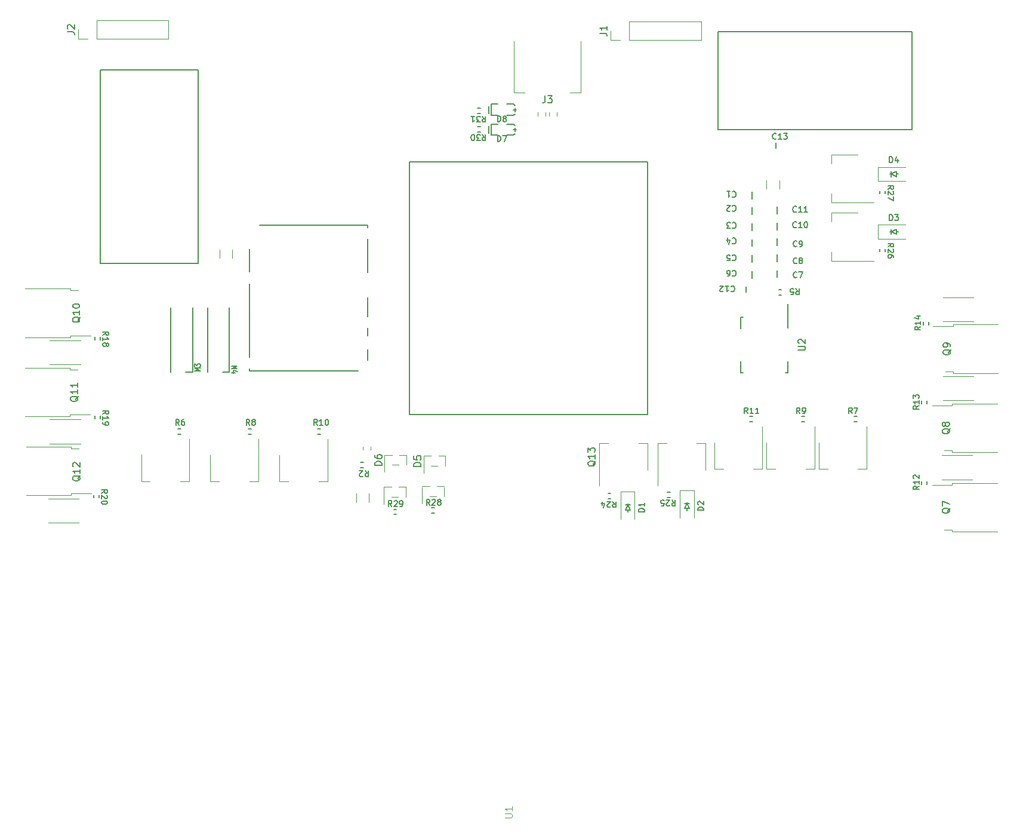
<source format=gto>
G04 #@! TF.GenerationSoftware,KiCad,Pcbnew,7.0.10-7.0.10~ubuntu22.04.1*
G04 #@! TF.CreationDate,2024-02-03T13:28:10+00:00*
G04 #@! TF.ProjectId,lewycustom,6c657779-6375-4737-946f-6d2e6b696361,rev?*
G04 #@! TF.SameCoordinates,Original*
G04 #@! TF.FileFunction,Legend,Top*
G04 #@! TF.FilePolarity,Positive*
%FSLAX46Y46*%
G04 Gerber Fmt 4.6, Leading zero omitted, Abs format (unit mm)*
G04 Created by KiCad (PCBNEW 7.0.10-7.0.10~ubuntu22.04.1) date 2024-02-03 13:28:10*
%MOMM*%
%LPD*%
G01*
G04 APERTURE LIST*
%ADD10C,0.150000*%
%ADD11C,0.170000*%
%ADD12C,0.100000*%
%ADD13C,0.200000*%
%ADD14C,0.120000*%
%ADD15C,0.203200*%
G04 APERTURE END LIST*
D10*
X36405702Y44908459D02*
X37205702Y44908459D01*
X37205702Y44908459D02*
X36634274Y44708459D01*
X36634274Y44708459D02*
X37205702Y44508459D01*
X37205702Y44508459D02*
X36405702Y44508459D01*
X36939036Y43965602D02*
X36405702Y43965602D01*
X37243798Y44108460D02*
X36672369Y44251317D01*
X36672369Y44251317D02*
X36672369Y43879888D01*
D11*
X116595651Y59487287D02*
X116556603Y59448239D01*
X116556603Y59448239D02*
X116439461Y59409192D01*
X116439461Y59409192D02*
X116361365Y59409192D01*
X116361365Y59409192D02*
X116244222Y59448239D01*
X116244222Y59448239D02*
X116166127Y59526335D01*
X116166127Y59526335D02*
X116127080Y59604430D01*
X116127080Y59604430D02*
X116088032Y59760620D01*
X116088032Y59760620D02*
X116088032Y59877763D01*
X116088032Y59877763D02*
X116127080Y60033954D01*
X116127080Y60033954D02*
X116166127Y60112049D01*
X116166127Y60112049D02*
X116244222Y60190144D01*
X116244222Y60190144D02*
X116361365Y60229192D01*
X116361365Y60229192D02*
X116439461Y60229192D01*
X116439461Y60229192D02*
X116556603Y60190144D01*
X116556603Y60190144D02*
X116595651Y60151097D01*
X117064222Y59877763D02*
X116986127Y59916811D01*
X116986127Y59916811D02*
X116947080Y59955859D01*
X116947080Y59955859D02*
X116908032Y60033954D01*
X116908032Y60033954D02*
X116908032Y60073001D01*
X116908032Y60073001D02*
X116947080Y60151097D01*
X116947080Y60151097D02*
X116986127Y60190144D01*
X116986127Y60190144D02*
X117064222Y60229192D01*
X117064222Y60229192D02*
X117220413Y60229192D01*
X117220413Y60229192D02*
X117298508Y60190144D01*
X117298508Y60190144D02*
X117337556Y60151097D01*
X117337556Y60151097D02*
X117376603Y60073001D01*
X117376603Y60073001D02*
X117376603Y60033954D01*
X117376603Y60033954D02*
X117337556Y59955859D01*
X117337556Y59955859D02*
X117298508Y59916811D01*
X117298508Y59916811D02*
X117220413Y59877763D01*
X117220413Y59877763D02*
X117064222Y59877763D01*
X117064222Y59877763D02*
X116986127Y59838716D01*
X116986127Y59838716D02*
X116947080Y59799668D01*
X116947080Y59799668D02*
X116908032Y59721573D01*
X116908032Y59721573D02*
X116908032Y59565382D01*
X116908032Y59565382D02*
X116947080Y59487287D01*
X116947080Y59487287D02*
X116986127Y59448239D01*
X116986127Y59448239D02*
X117064222Y59409192D01*
X117064222Y59409192D02*
X117220413Y59409192D01*
X117220413Y59409192D02*
X117298508Y59448239D01*
X117298508Y59448239D02*
X117337556Y59487287D01*
X117337556Y59487287D02*
X117376603Y59565382D01*
X117376603Y59565382D02*
X117376603Y59721573D01*
X117376603Y59721573D02*
X117337556Y59799668D01*
X117337556Y59799668D02*
X117298508Y59838716D01*
X117298508Y59838716D02*
X117220413Y59877763D01*
D10*
X63254819Y30661906D02*
X62254819Y30661906D01*
X62254819Y30661906D02*
X62254819Y30900001D01*
X62254819Y30900001D02*
X62302438Y31042858D01*
X62302438Y31042858D02*
X62397676Y31138096D01*
X62397676Y31138096D02*
X62492914Y31185715D01*
X62492914Y31185715D02*
X62683390Y31233334D01*
X62683390Y31233334D02*
X62826247Y31233334D01*
X62826247Y31233334D02*
X63016723Y31185715D01*
X63016723Y31185715D02*
X63111961Y31138096D01*
X63111961Y31138096D02*
X63207200Y31042858D01*
X63207200Y31042858D02*
X63254819Y30900001D01*
X63254819Y30900001D02*
X63254819Y30661906D01*
X62254819Y32138096D02*
X62254819Y31661906D01*
X62254819Y31661906D02*
X62731009Y31614287D01*
X62731009Y31614287D02*
X62683390Y31661906D01*
X62683390Y31661906D02*
X62635771Y31757144D01*
X62635771Y31757144D02*
X62635771Y31995239D01*
X62635771Y31995239D02*
X62683390Y32090477D01*
X62683390Y32090477D02*
X62731009Y32138096D01*
X62731009Y32138096D02*
X62826247Y32185715D01*
X62826247Y32185715D02*
X63064342Y32185715D01*
X63064342Y32185715D02*
X63159580Y32138096D01*
X63159580Y32138096D02*
X63207200Y32090477D01*
X63207200Y32090477D02*
X63254819Y31995239D01*
X63254819Y31995239D02*
X63254819Y31757144D01*
X63254819Y31757144D02*
X63207200Y31661906D01*
X63207200Y31661906D02*
X63159580Y31614287D01*
D11*
X116444348Y55840809D02*
X116717681Y55450333D01*
X116912919Y55840809D02*
X116912919Y55020809D01*
X116912919Y55020809D02*
X116600538Y55020809D01*
X116600538Y55020809D02*
X116522443Y55059857D01*
X116522443Y55059857D02*
X116483396Y55098904D01*
X116483396Y55098904D02*
X116444348Y55177000D01*
X116444348Y55177000D02*
X116444348Y55294142D01*
X116444348Y55294142D02*
X116483396Y55372238D01*
X116483396Y55372238D02*
X116522443Y55411285D01*
X116522443Y55411285D02*
X116600538Y55450333D01*
X116600538Y55450333D02*
X116912919Y55450333D01*
X115702443Y55020809D02*
X116092919Y55020809D01*
X116092919Y55020809D02*
X116131967Y55411285D01*
X116131967Y55411285D02*
X116092919Y55372238D01*
X116092919Y55372238D02*
X116014824Y55333190D01*
X116014824Y55333190D02*
X115819586Y55333190D01*
X115819586Y55333190D02*
X115741491Y55372238D01*
X115741491Y55372238D02*
X115702443Y55411285D01*
X115702443Y55411285D02*
X115663396Y55489381D01*
X115663396Y55489381D02*
X115663396Y55684619D01*
X115663396Y55684619D02*
X115702443Y55762714D01*
X115702443Y55762714D02*
X115741491Y55801761D01*
X115741491Y55801761D02*
X115819586Y55840809D01*
X115819586Y55840809D02*
X116014824Y55840809D01*
X116014824Y55840809D02*
X116092919Y55801761D01*
X116092919Y55801761D02*
X116131967Y55762714D01*
D10*
X57704819Y30799406D02*
X56704819Y30799406D01*
X56704819Y30799406D02*
X56704819Y31037501D01*
X56704819Y31037501D02*
X56752438Y31180358D01*
X56752438Y31180358D02*
X56847676Y31275596D01*
X56847676Y31275596D02*
X56942914Y31323215D01*
X56942914Y31323215D02*
X57133390Y31370834D01*
X57133390Y31370834D02*
X57276247Y31370834D01*
X57276247Y31370834D02*
X57466723Y31323215D01*
X57466723Y31323215D02*
X57561961Y31275596D01*
X57561961Y31275596D02*
X57657200Y31180358D01*
X57657200Y31180358D02*
X57704819Y31037501D01*
X57704819Y31037501D02*
X57704819Y30799406D01*
X56704819Y32227977D02*
X56704819Y32037501D01*
X56704819Y32037501D02*
X56752438Y31942263D01*
X56752438Y31942263D02*
X56800057Y31894644D01*
X56800057Y31894644D02*
X56942914Y31799406D01*
X56942914Y31799406D02*
X57133390Y31751787D01*
X57133390Y31751787D02*
X57514342Y31751787D01*
X57514342Y31751787D02*
X57609580Y31799406D01*
X57609580Y31799406D02*
X57657200Y31847025D01*
X57657200Y31847025D02*
X57704819Y31942263D01*
X57704819Y31942263D02*
X57704819Y32132739D01*
X57704819Y32132739D02*
X57657200Y32227977D01*
X57657200Y32227977D02*
X57609580Y32275596D01*
X57609580Y32275596D02*
X57514342Y32323215D01*
X57514342Y32323215D02*
X57276247Y32323215D01*
X57276247Y32323215D02*
X57181009Y32275596D01*
X57181009Y32275596D02*
X57133390Y32227977D01*
X57133390Y32227977D02*
X57085771Y32132739D01*
X57085771Y32132739D02*
X57085771Y31942263D01*
X57085771Y31942263D02*
X57133390Y31847025D01*
X57133390Y31847025D02*
X57181009Y31799406D01*
X57181009Y31799406D02*
X57276247Y31751787D01*
D11*
X74160994Y76731875D02*
X74160994Y77531876D01*
X74160994Y77531876D02*
X74351470Y77531876D01*
X74351470Y77531876D02*
X74465756Y77493781D01*
X74465756Y77493781D02*
X74541947Y77417590D01*
X74541947Y77417590D02*
X74580042Y77341400D01*
X74580042Y77341400D02*
X74618137Y77189019D01*
X74618137Y77189019D02*
X74618137Y77074733D01*
X74618137Y77074733D02*
X74580042Y76922352D01*
X74580042Y76922352D02*
X74541947Y76846161D01*
X74541947Y76846161D02*
X74465756Y76769970D01*
X74465756Y76769970D02*
X74351470Y76731875D01*
X74351470Y76731875D02*
X74160994Y76731875D01*
X74884804Y77531876D02*
X75418138Y77531876D01*
X75418138Y77531876D02*
X75075281Y76731875D01*
X107444348Y69562714D02*
X107483396Y69601761D01*
X107483396Y69601761D02*
X107600538Y69640809D01*
X107600538Y69640809D02*
X107678634Y69640809D01*
X107678634Y69640809D02*
X107795777Y69601761D01*
X107795777Y69601761D02*
X107873872Y69523666D01*
X107873872Y69523666D02*
X107912919Y69445571D01*
X107912919Y69445571D02*
X107951967Y69289381D01*
X107951967Y69289381D02*
X107951967Y69172238D01*
X107951967Y69172238D02*
X107912919Y69016047D01*
X107912919Y69016047D02*
X107873872Y68937952D01*
X107873872Y68937952D02*
X107795777Y68859857D01*
X107795777Y68859857D02*
X107678634Y68820809D01*
X107678634Y68820809D02*
X107600538Y68820809D01*
X107600538Y68820809D02*
X107483396Y68859857D01*
X107483396Y68859857D02*
X107444348Y68898904D01*
X106663396Y69640809D02*
X107131967Y69640809D01*
X106897681Y69640809D02*
X106897681Y68820809D01*
X106897681Y68820809D02*
X106975777Y68937952D01*
X106975777Y68937952D02*
X107053872Y69016047D01*
X107053872Y69016047D02*
X107131967Y69055095D01*
X107444348Y60562714D02*
X107483396Y60601761D01*
X107483396Y60601761D02*
X107600538Y60640809D01*
X107600538Y60640809D02*
X107678634Y60640809D01*
X107678634Y60640809D02*
X107795777Y60601761D01*
X107795777Y60601761D02*
X107873872Y60523666D01*
X107873872Y60523666D02*
X107912919Y60445571D01*
X107912919Y60445571D02*
X107951967Y60289381D01*
X107951967Y60289381D02*
X107951967Y60172238D01*
X107951967Y60172238D02*
X107912919Y60016047D01*
X107912919Y60016047D02*
X107873872Y59937952D01*
X107873872Y59937952D02*
X107795777Y59859857D01*
X107795777Y59859857D02*
X107678634Y59820809D01*
X107678634Y59820809D02*
X107600538Y59820809D01*
X107600538Y59820809D02*
X107483396Y59859857D01*
X107483396Y59859857D02*
X107444348Y59898904D01*
X106702443Y59820809D02*
X107092919Y59820809D01*
X107092919Y59820809D02*
X107131967Y60211285D01*
X107131967Y60211285D02*
X107092919Y60172238D01*
X107092919Y60172238D02*
X107014824Y60133190D01*
X107014824Y60133190D02*
X106819586Y60133190D01*
X106819586Y60133190D02*
X106741491Y60172238D01*
X106741491Y60172238D02*
X106702443Y60211285D01*
X106702443Y60211285D02*
X106663396Y60289381D01*
X106663396Y60289381D02*
X106663396Y60484619D01*
X106663396Y60484619D02*
X106702443Y60562714D01*
X106702443Y60562714D02*
X106741491Y60601761D01*
X106741491Y60601761D02*
X106819586Y60640809D01*
X106819586Y60640809D02*
X107014824Y60640809D01*
X107014824Y60640809D02*
X107092919Y60601761D01*
X107092919Y60601761D02*
X107131967Y60562714D01*
X18163014Y38059908D02*
X18553490Y38333241D01*
X18163014Y38528479D02*
X18983014Y38528479D01*
X18983014Y38528479D02*
X18983014Y38216098D01*
X18983014Y38216098D02*
X18943966Y38138003D01*
X18943966Y38138003D02*
X18904919Y38098956D01*
X18904919Y38098956D02*
X18826823Y38059908D01*
X18826823Y38059908D02*
X18709681Y38059908D01*
X18709681Y38059908D02*
X18631585Y38098956D01*
X18631585Y38098956D02*
X18592538Y38138003D01*
X18592538Y38138003D02*
X18553490Y38216098D01*
X18553490Y38216098D02*
X18553490Y38528479D01*
X18163014Y37278956D02*
X18163014Y37747527D01*
X18163014Y37513241D02*
X18983014Y37513241D01*
X18983014Y37513241D02*
X18865871Y37591337D01*
X18865871Y37591337D02*
X18787776Y37669432D01*
X18787776Y37669432D02*
X18748728Y37747527D01*
X18163014Y36888480D02*
X18163014Y36732289D01*
X18163014Y36732289D02*
X18202062Y36654194D01*
X18202062Y36654194D02*
X18241109Y36615146D01*
X18241109Y36615146D02*
X18358252Y36537051D01*
X18358252Y36537051D02*
X18514442Y36498004D01*
X18514442Y36498004D02*
X18826823Y36498004D01*
X18826823Y36498004D02*
X18904919Y36537051D01*
X18904919Y36537051D02*
X18943966Y36576099D01*
X18943966Y36576099D02*
X18983014Y36654194D01*
X18983014Y36654194D02*
X18983014Y36810385D01*
X18983014Y36810385D02*
X18943966Y36888480D01*
X18943966Y36888480D02*
X18904919Y36927527D01*
X18904919Y36927527D02*
X18826823Y36966575D01*
X18826823Y36966575D02*
X18631585Y36966575D01*
X18631585Y36966575D02*
X18553490Y36927527D01*
X18553490Y36927527D02*
X18514442Y36888480D01*
X18514442Y36888480D02*
X18475395Y36810385D01*
X18475395Y36810385D02*
X18475395Y36654194D01*
X18475395Y36654194D02*
X18514442Y36576099D01*
X18514442Y36576099D02*
X18553490Y36537051D01*
X18553490Y36537051D02*
X18631585Y36498004D01*
X38975651Y36509192D02*
X38702318Y36899668D01*
X38507080Y36509192D02*
X38507080Y37329192D01*
X38507080Y37329192D02*
X38819461Y37329192D01*
X38819461Y37329192D02*
X38897556Y37290144D01*
X38897556Y37290144D02*
X38936603Y37251097D01*
X38936603Y37251097D02*
X38975651Y37173001D01*
X38975651Y37173001D02*
X38975651Y37055859D01*
X38975651Y37055859D02*
X38936603Y36977763D01*
X38936603Y36977763D02*
X38897556Y36938716D01*
X38897556Y36938716D02*
X38819461Y36899668D01*
X38819461Y36899668D02*
X38507080Y36899668D01*
X39444222Y36977763D02*
X39366127Y37016811D01*
X39366127Y37016811D02*
X39327080Y37055859D01*
X39327080Y37055859D02*
X39288032Y37133954D01*
X39288032Y37133954D02*
X39288032Y37173001D01*
X39288032Y37173001D02*
X39327080Y37251097D01*
X39327080Y37251097D02*
X39366127Y37290144D01*
X39366127Y37290144D02*
X39444222Y37329192D01*
X39444222Y37329192D02*
X39600413Y37329192D01*
X39600413Y37329192D02*
X39678508Y37290144D01*
X39678508Y37290144D02*
X39717556Y37251097D01*
X39717556Y37251097D02*
X39756603Y37173001D01*
X39756603Y37173001D02*
X39756603Y37133954D01*
X39756603Y37133954D02*
X39717556Y37055859D01*
X39717556Y37055859D02*
X39678508Y37016811D01*
X39678508Y37016811D02*
X39600413Y36977763D01*
X39600413Y36977763D02*
X39444222Y36977763D01*
X39444222Y36977763D02*
X39366127Y36938716D01*
X39366127Y36938716D02*
X39327080Y36899668D01*
X39327080Y36899668D02*
X39288032Y36821573D01*
X39288032Y36821573D02*
X39288032Y36665382D01*
X39288032Y36665382D02*
X39327080Y36587287D01*
X39327080Y36587287D02*
X39366127Y36548239D01*
X39366127Y36548239D02*
X39444222Y36509192D01*
X39444222Y36509192D02*
X39600413Y36509192D01*
X39600413Y36509192D02*
X39678508Y36548239D01*
X39678508Y36548239D02*
X39717556Y36587287D01*
X39717556Y36587287D02*
X39756603Y36665382D01*
X39756603Y36665382D02*
X39756603Y36821573D01*
X39756603Y36821573D02*
X39717556Y36899668D01*
X39717556Y36899668D02*
X39678508Y36938716D01*
X39678508Y36938716D02*
X39600413Y36977763D01*
X116545651Y66787287D02*
X116506603Y66748239D01*
X116506603Y66748239D02*
X116389461Y66709192D01*
X116389461Y66709192D02*
X116311365Y66709192D01*
X116311365Y66709192D02*
X116194222Y66748239D01*
X116194222Y66748239D02*
X116116127Y66826335D01*
X116116127Y66826335D02*
X116077080Y66904430D01*
X116077080Y66904430D02*
X116038032Y67060620D01*
X116038032Y67060620D02*
X116038032Y67177763D01*
X116038032Y67177763D02*
X116077080Y67333954D01*
X116077080Y67333954D02*
X116116127Y67412049D01*
X116116127Y67412049D02*
X116194222Y67490144D01*
X116194222Y67490144D02*
X116311365Y67529192D01*
X116311365Y67529192D02*
X116389461Y67529192D01*
X116389461Y67529192D02*
X116506603Y67490144D01*
X116506603Y67490144D02*
X116545651Y67451097D01*
X117326603Y66709192D02*
X116858032Y66709192D01*
X117092318Y66709192D02*
X117092318Y67529192D01*
X117092318Y67529192D02*
X117014222Y67412049D01*
X117014222Y67412049D02*
X116936127Y67333954D01*
X116936127Y67333954D02*
X116858032Y67294906D01*
X118107555Y66709192D02*
X117638984Y66709192D01*
X117873270Y66709192D02*
X117873270Y67529192D01*
X117873270Y67529192D02*
X117795174Y67412049D01*
X117795174Y67412049D02*
X117717079Y67333954D01*
X117717079Y67333954D02*
X117638984Y67294906D01*
X107444348Y65162714D02*
X107483396Y65201761D01*
X107483396Y65201761D02*
X107600538Y65240809D01*
X107600538Y65240809D02*
X107678634Y65240809D01*
X107678634Y65240809D02*
X107795777Y65201761D01*
X107795777Y65201761D02*
X107873872Y65123666D01*
X107873872Y65123666D02*
X107912919Y65045571D01*
X107912919Y65045571D02*
X107951967Y64889381D01*
X107951967Y64889381D02*
X107951967Y64772238D01*
X107951967Y64772238D02*
X107912919Y64616047D01*
X107912919Y64616047D02*
X107873872Y64537952D01*
X107873872Y64537952D02*
X107795777Y64459857D01*
X107795777Y64459857D02*
X107678634Y64420809D01*
X107678634Y64420809D02*
X107600538Y64420809D01*
X107600538Y64420809D02*
X107483396Y64459857D01*
X107483396Y64459857D02*
X107444348Y64498904D01*
X107171015Y64420809D02*
X106663396Y64420809D01*
X106663396Y64420809D02*
X106936729Y64733190D01*
X106936729Y64733190D02*
X106819586Y64733190D01*
X106819586Y64733190D02*
X106741491Y64772238D01*
X106741491Y64772238D02*
X106702443Y64811285D01*
X106702443Y64811285D02*
X106663396Y64889381D01*
X106663396Y64889381D02*
X106663396Y65084619D01*
X106663396Y65084619D02*
X106702443Y65162714D01*
X106702443Y65162714D02*
X106741491Y65201761D01*
X106741491Y65201761D02*
X106819586Y65240809D01*
X106819586Y65240809D02*
X107053872Y65240809D01*
X107053872Y65240809D02*
X107131967Y65201761D01*
X107131967Y65201761D02*
X107171015Y65162714D01*
X107444348Y67562714D02*
X107483396Y67601761D01*
X107483396Y67601761D02*
X107600538Y67640809D01*
X107600538Y67640809D02*
X107678634Y67640809D01*
X107678634Y67640809D02*
X107795777Y67601761D01*
X107795777Y67601761D02*
X107873872Y67523666D01*
X107873872Y67523666D02*
X107912919Y67445571D01*
X107912919Y67445571D02*
X107951967Y67289381D01*
X107951967Y67289381D02*
X107951967Y67172238D01*
X107951967Y67172238D02*
X107912919Y67016047D01*
X107912919Y67016047D02*
X107873872Y66937952D01*
X107873872Y66937952D02*
X107795777Y66859857D01*
X107795777Y66859857D02*
X107678634Y66820809D01*
X107678634Y66820809D02*
X107600538Y66820809D01*
X107600538Y66820809D02*
X107483396Y66859857D01*
X107483396Y66859857D02*
X107444348Y66898904D01*
X107131967Y66898904D02*
X107092919Y66859857D01*
X107092919Y66859857D02*
X107014824Y66820809D01*
X107014824Y66820809D02*
X106819586Y66820809D01*
X106819586Y66820809D02*
X106741491Y66859857D01*
X106741491Y66859857D02*
X106702443Y66898904D01*
X106702443Y66898904D02*
X106663396Y66977000D01*
X106663396Y66977000D02*
X106663396Y67055095D01*
X106663396Y67055095D02*
X106702443Y67172238D01*
X106702443Y67172238D02*
X107171015Y67640809D01*
X107171015Y67640809D02*
X106663396Y67640809D01*
X133936985Y27860093D02*
X133546509Y27586760D01*
X133936985Y27391522D02*
X133116985Y27391522D01*
X133116985Y27391522D02*
X133116985Y27703903D01*
X133116985Y27703903D02*
X133156033Y27781998D01*
X133156033Y27781998D02*
X133195080Y27821045D01*
X133195080Y27821045D02*
X133273176Y27860093D01*
X133273176Y27860093D02*
X133390318Y27860093D01*
X133390318Y27860093D02*
X133468414Y27821045D01*
X133468414Y27821045D02*
X133507461Y27781998D01*
X133507461Y27781998D02*
X133546509Y27703903D01*
X133546509Y27703903D02*
X133546509Y27391522D01*
X133936985Y28641045D02*
X133936985Y28172474D01*
X133936985Y28406760D02*
X133116985Y28406760D01*
X133116985Y28406760D02*
X133234128Y28328664D01*
X133234128Y28328664D02*
X133312223Y28250569D01*
X133312223Y28250569D02*
X133351271Y28172474D01*
X133195080Y28953426D02*
X133156033Y28992474D01*
X133156033Y28992474D02*
X133116985Y29070569D01*
X133116985Y29070569D02*
X133116985Y29265807D01*
X133116985Y29265807D02*
X133156033Y29343902D01*
X133156033Y29343902D02*
X133195080Y29382950D01*
X133195080Y29382950D02*
X133273176Y29421997D01*
X133273176Y29421997D02*
X133351271Y29421997D01*
X133351271Y29421997D02*
X133468414Y29382950D01*
X133468414Y29382950D02*
X133936985Y28914378D01*
X133936985Y28914378D02*
X133936985Y29421997D01*
D10*
X138450057Y47224762D02*
X138402438Y47129524D01*
X138402438Y47129524D02*
X138307200Y47034286D01*
X138307200Y47034286D02*
X138164342Y46891429D01*
X138164342Y46891429D02*
X138116723Y46796191D01*
X138116723Y46796191D02*
X138116723Y46700953D01*
X138354819Y46748572D02*
X138307200Y46653334D01*
X138307200Y46653334D02*
X138211961Y46558096D01*
X138211961Y46558096D02*
X138021485Y46510477D01*
X138021485Y46510477D02*
X137688152Y46510477D01*
X137688152Y46510477D02*
X137497676Y46558096D01*
X137497676Y46558096D02*
X137402438Y46653334D01*
X137402438Y46653334D02*
X137354819Y46748572D01*
X137354819Y46748572D02*
X137354819Y46939048D01*
X137354819Y46939048D02*
X137402438Y47034286D01*
X137402438Y47034286D02*
X137497676Y47129524D01*
X137497676Y47129524D02*
X137688152Y47177143D01*
X137688152Y47177143D02*
X138021485Y47177143D01*
X138021485Y47177143D02*
X138211961Y47129524D01*
X138211961Y47129524D02*
X138307200Y47034286D01*
X138307200Y47034286D02*
X138354819Y46939048D01*
X138354819Y46939048D02*
X138354819Y46748572D01*
X138354819Y47653334D02*
X138354819Y47843810D01*
X138354819Y47843810D02*
X138307200Y47939048D01*
X138307200Y47939048D02*
X138259580Y47986667D01*
X138259580Y47986667D02*
X138116723Y48081905D01*
X138116723Y48081905D02*
X137926247Y48129524D01*
X137926247Y48129524D02*
X137545295Y48129524D01*
X137545295Y48129524D02*
X137450057Y48081905D01*
X137450057Y48081905D02*
X137402438Y48034286D01*
X137402438Y48034286D02*
X137354819Y47939048D01*
X137354819Y47939048D02*
X137354819Y47748572D01*
X137354819Y47748572D02*
X137402438Y47653334D01*
X137402438Y47653334D02*
X137450057Y47605715D01*
X137450057Y47605715D02*
X137545295Y47558096D01*
X137545295Y47558096D02*
X137783390Y47558096D01*
X137783390Y47558096D02*
X137878628Y47605715D01*
X137878628Y47605715D02*
X137926247Y47653334D01*
X137926247Y47653334D02*
X137973866Y47748572D01*
X137973866Y47748572D02*
X137973866Y47939048D01*
X137973866Y47939048D02*
X137926247Y48034286D01*
X137926247Y48034286D02*
X137878628Y48081905D01*
X137878628Y48081905D02*
X137783390Y48129524D01*
X80866666Y83185181D02*
X80866666Y82470896D01*
X80866666Y82470896D02*
X80819047Y82328039D01*
X80819047Y82328039D02*
X80723809Y82232800D01*
X80723809Y82232800D02*
X80580952Y82185181D01*
X80580952Y82185181D02*
X80485714Y82185181D01*
X81247619Y83185181D02*
X81866666Y83185181D01*
X81866666Y83185181D02*
X81533333Y82804229D01*
X81533333Y82804229D02*
X81676190Y82804229D01*
X81676190Y82804229D02*
X81771428Y82756610D01*
X81771428Y82756610D02*
X81819047Y82708991D01*
X81819047Y82708991D02*
X81866666Y82613753D01*
X81866666Y82613753D02*
X81866666Y82375658D01*
X81866666Y82375658D02*
X81819047Y82280420D01*
X81819047Y82280420D02*
X81771428Y82232800D01*
X81771428Y82232800D02*
X81676190Y82185181D01*
X81676190Y82185181D02*
X81390476Y82185181D01*
X81390476Y82185181D02*
X81295238Y82232800D01*
X81295238Y82232800D02*
X81247619Y82280420D01*
D11*
X129513014Y61759908D02*
X129903490Y62033241D01*
X129513014Y62228479D02*
X130333014Y62228479D01*
X130333014Y62228479D02*
X130333014Y61916098D01*
X130333014Y61916098D02*
X130293966Y61838003D01*
X130293966Y61838003D02*
X130254919Y61798956D01*
X130254919Y61798956D02*
X130176823Y61759908D01*
X130176823Y61759908D02*
X130059681Y61759908D01*
X130059681Y61759908D02*
X129981585Y61798956D01*
X129981585Y61798956D02*
X129942538Y61838003D01*
X129942538Y61838003D02*
X129903490Y61916098D01*
X129903490Y61916098D02*
X129903490Y62228479D01*
X130254919Y61447527D02*
X130293966Y61408479D01*
X130293966Y61408479D02*
X130333014Y61330384D01*
X130333014Y61330384D02*
X130333014Y61135146D01*
X130333014Y61135146D02*
X130293966Y61057051D01*
X130293966Y61057051D02*
X130254919Y61018003D01*
X130254919Y61018003D02*
X130176823Y60978956D01*
X130176823Y60978956D02*
X130098728Y60978956D01*
X130098728Y60978956D02*
X129981585Y61018003D01*
X129981585Y61018003D02*
X129513014Y61486575D01*
X129513014Y61486575D02*
X129513014Y60978956D01*
X130333014Y60276099D02*
X130333014Y60432289D01*
X130333014Y60432289D02*
X130293966Y60510385D01*
X130293966Y60510385D02*
X130254919Y60549432D01*
X130254919Y60549432D02*
X130137776Y60627527D01*
X130137776Y60627527D02*
X129981585Y60666575D01*
X129981585Y60666575D02*
X129669204Y60666575D01*
X129669204Y60666575D02*
X129591109Y60627527D01*
X129591109Y60627527D02*
X129552062Y60588480D01*
X129552062Y60588480D02*
X129513014Y60510385D01*
X129513014Y60510385D02*
X129513014Y60354194D01*
X129513014Y60354194D02*
X129552062Y60276099D01*
X129552062Y60276099D02*
X129591109Y60237051D01*
X129591109Y60237051D02*
X129669204Y60198004D01*
X129669204Y60198004D02*
X129864442Y60198004D01*
X129864442Y60198004D02*
X129942538Y60237051D01*
X129942538Y60237051D02*
X129981585Y60276099D01*
X129981585Y60276099D02*
X130020633Y60354194D01*
X130020633Y60354194D02*
X130020633Y60510385D01*
X130020633Y60510385D02*
X129981585Y60588480D01*
X129981585Y60588480D02*
X129942538Y60627527D01*
X129942538Y60627527D02*
X129864442Y60666575D01*
X133936985Y39260093D02*
X133546509Y38986760D01*
X133936985Y38791522D02*
X133116985Y38791522D01*
X133116985Y38791522D02*
X133116985Y39103903D01*
X133116985Y39103903D02*
X133156033Y39181998D01*
X133156033Y39181998D02*
X133195080Y39221045D01*
X133195080Y39221045D02*
X133273176Y39260093D01*
X133273176Y39260093D02*
X133390318Y39260093D01*
X133390318Y39260093D02*
X133468414Y39221045D01*
X133468414Y39221045D02*
X133507461Y39181998D01*
X133507461Y39181998D02*
X133546509Y39103903D01*
X133546509Y39103903D02*
X133546509Y38791522D01*
X133936985Y40041045D02*
X133936985Y39572474D01*
X133936985Y39806760D02*
X133116985Y39806760D01*
X133116985Y39806760D02*
X133234128Y39728664D01*
X133234128Y39728664D02*
X133312223Y39650569D01*
X133312223Y39650569D02*
X133351271Y39572474D01*
X133116985Y40314378D02*
X133116985Y40821997D01*
X133116985Y40821997D02*
X133429366Y40548664D01*
X133429366Y40548664D02*
X133429366Y40665807D01*
X133429366Y40665807D02*
X133468414Y40743902D01*
X133468414Y40743902D02*
X133507461Y40782950D01*
X133507461Y40782950D02*
X133585557Y40821997D01*
X133585557Y40821997D02*
X133780795Y40821997D01*
X133780795Y40821997D02*
X133858890Y40782950D01*
X133858890Y40782950D02*
X133897938Y40743902D01*
X133897938Y40743902D02*
X133936985Y40665807D01*
X133936985Y40665807D02*
X133936985Y40431521D01*
X133936985Y40431521D02*
X133897938Y40353426D01*
X133897938Y40353426D02*
X133858890Y40314378D01*
X129744762Y73729492D02*
X129744762Y74549492D01*
X129744762Y74549492D02*
X129940000Y74549492D01*
X129940000Y74549492D02*
X130057143Y74510444D01*
X130057143Y74510444D02*
X130135238Y74432349D01*
X130135238Y74432349D02*
X130174285Y74354254D01*
X130174285Y74354254D02*
X130213333Y74198063D01*
X130213333Y74198063D02*
X130213333Y74080920D01*
X130213333Y74080920D02*
X130174285Y73924730D01*
X130174285Y73924730D02*
X130135238Y73846635D01*
X130135238Y73846635D02*
X130057143Y73768539D01*
X130057143Y73768539D02*
X129940000Y73729492D01*
X129940000Y73729492D02*
X129744762Y73729492D01*
X130916190Y74276159D02*
X130916190Y73729492D01*
X130720952Y74588539D02*
X130525714Y74002825D01*
X130525714Y74002825D02*
X131033333Y74002825D01*
D10*
X138325057Y24749762D02*
X138277438Y24654524D01*
X138277438Y24654524D02*
X138182200Y24559286D01*
X138182200Y24559286D02*
X138039342Y24416429D01*
X138039342Y24416429D02*
X137991723Y24321191D01*
X137991723Y24321191D02*
X137991723Y24225953D01*
X138229819Y24273572D02*
X138182200Y24178334D01*
X138182200Y24178334D02*
X138086961Y24083096D01*
X138086961Y24083096D02*
X137896485Y24035477D01*
X137896485Y24035477D02*
X137563152Y24035477D01*
X137563152Y24035477D02*
X137372676Y24083096D01*
X137372676Y24083096D02*
X137277438Y24178334D01*
X137277438Y24178334D02*
X137229819Y24273572D01*
X137229819Y24273572D02*
X137229819Y24464048D01*
X137229819Y24464048D02*
X137277438Y24559286D01*
X137277438Y24559286D02*
X137372676Y24654524D01*
X137372676Y24654524D02*
X137563152Y24702143D01*
X137563152Y24702143D02*
X137896485Y24702143D01*
X137896485Y24702143D02*
X138086961Y24654524D01*
X138086961Y24654524D02*
X138182200Y24559286D01*
X138182200Y24559286D02*
X138229819Y24464048D01*
X138229819Y24464048D02*
X138229819Y24273572D01*
X137229819Y25035477D02*
X137229819Y25702143D01*
X137229819Y25702143D02*
X138229819Y25273572D01*
D11*
X98859907Y25886986D02*
X99133240Y25496510D01*
X99328478Y25886986D02*
X99328478Y25066986D01*
X99328478Y25066986D02*
X99016097Y25066986D01*
X99016097Y25066986D02*
X98938002Y25106034D01*
X98938002Y25106034D02*
X98898955Y25145081D01*
X98898955Y25145081D02*
X98859907Y25223177D01*
X98859907Y25223177D02*
X98859907Y25340319D01*
X98859907Y25340319D02*
X98898955Y25418415D01*
X98898955Y25418415D02*
X98938002Y25457462D01*
X98938002Y25457462D02*
X99016097Y25496510D01*
X99016097Y25496510D02*
X99328478Y25496510D01*
X98547526Y25145081D02*
X98508478Y25106034D01*
X98508478Y25106034D02*
X98430383Y25066986D01*
X98430383Y25066986D02*
X98235145Y25066986D01*
X98235145Y25066986D02*
X98157050Y25106034D01*
X98157050Y25106034D02*
X98118002Y25145081D01*
X98118002Y25145081D02*
X98078955Y25223177D01*
X98078955Y25223177D02*
X98078955Y25301272D01*
X98078955Y25301272D02*
X98118002Y25418415D01*
X98118002Y25418415D02*
X98586574Y25886986D01*
X98586574Y25886986D02*
X98078955Y25886986D01*
X97337050Y25066986D02*
X97727526Y25066986D01*
X97727526Y25066986D02*
X97766574Y25457462D01*
X97766574Y25457462D02*
X97727526Y25418415D01*
X97727526Y25418415D02*
X97649431Y25379367D01*
X97649431Y25379367D02*
X97454193Y25379367D01*
X97454193Y25379367D02*
X97376098Y25418415D01*
X97376098Y25418415D02*
X97337050Y25457462D01*
X97337050Y25457462D02*
X97298003Y25535558D01*
X97298003Y25535558D02*
X97298003Y25730796D01*
X97298003Y25730796D02*
X97337050Y25808891D01*
X97337050Y25808891D02*
X97376098Y25847938D01*
X97376098Y25847938D02*
X97454193Y25886986D01*
X97454193Y25886986D02*
X97649431Y25886986D01*
X97649431Y25886986D02*
X97727526Y25847938D01*
X97727526Y25847938D02*
X97766574Y25808891D01*
X71959907Y77686986D02*
X72233240Y77296510D01*
X72428478Y77686986D02*
X72428478Y76866986D01*
X72428478Y76866986D02*
X72116097Y76866986D01*
X72116097Y76866986D02*
X72038002Y76906034D01*
X72038002Y76906034D02*
X71998955Y76945081D01*
X71998955Y76945081D02*
X71959907Y77023177D01*
X71959907Y77023177D02*
X71959907Y77140319D01*
X71959907Y77140319D02*
X71998955Y77218415D01*
X71998955Y77218415D02*
X72038002Y77257462D01*
X72038002Y77257462D02*
X72116097Y77296510D01*
X72116097Y77296510D02*
X72428478Y77296510D01*
X71686574Y76866986D02*
X71178955Y76866986D01*
X71178955Y76866986D02*
X71452288Y77179367D01*
X71452288Y77179367D02*
X71335145Y77179367D01*
X71335145Y77179367D02*
X71257050Y77218415D01*
X71257050Y77218415D02*
X71218002Y77257462D01*
X71218002Y77257462D02*
X71178955Y77335558D01*
X71178955Y77335558D02*
X71178955Y77530796D01*
X71178955Y77530796D02*
X71218002Y77608891D01*
X71218002Y77608891D02*
X71257050Y77647938D01*
X71257050Y77647938D02*
X71335145Y77686986D01*
X71335145Y77686986D02*
X71569431Y77686986D01*
X71569431Y77686986D02*
X71647526Y77647938D01*
X71647526Y77647938D02*
X71686574Y77608891D01*
X70671336Y76866986D02*
X70593241Y76866986D01*
X70593241Y76866986D02*
X70515145Y76906034D01*
X70515145Y76906034D02*
X70476098Y76945081D01*
X70476098Y76945081D02*
X70437050Y77023177D01*
X70437050Y77023177D02*
X70398003Y77179367D01*
X70398003Y77179367D02*
X70398003Y77374605D01*
X70398003Y77374605D02*
X70437050Y77530796D01*
X70437050Y77530796D02*
X70476098Y77608891D01*
X70476098Y77608891D02*
X70515145Y77647938D01*
X70515145Y77647938D02*
X70593241Y77686986D01*
X70593241Y77686986D02*
X70671336Y77686986D01*
X70671336Y77686986D02*
X70749431Y77647938D01*
X70749431Y77647938D02*
X70788479Y77608891D01*
X70788479Y77608891D02*
X70827526Y77530796D01*
X70827526Y77530796D02*
X70866574Y77374605D01*
X70866574Y77374605D02*
X70866574Y77179367D01*
X70866574Y77179367D02*
X70827526Y77023177D01*
X70827526Y77023177D02*
X70788479Y76945081D01*
X70788479Y76945081D02*
X70749431Y76906034D01*
X70749431Y76906034D02*
X70671336Y76866986D01*
D10*
X116794819Y47113096D02*
X117604342Y47113096D01*
X117604342Y47113096D02*
X117699580Y47160715D01*
X117699580Y47160715D02*
X117747200Y47208334D01*
X117747200Y47208334D02*
X117794819Y47303572D01*
X117794819Y47303572D02*
X117794819Y47494048D01*
X117794819Y47494048D02*
X117747200Y47589286D01*
X117747200Y47589286D02*
X117699580Y47636905D01*
X117699580Y47636905D02*
X117604342Y47684524D01*
X117604342Y47684524D02*
X116794819Y47684524D01*
X116890057Y48113096D02*
X116842438Y48160715D01*
X116842438Y48160715D02*
X116794819Y48255953D01*
X116794819Y48255953D02*
X116794819Y48494048D01*
X116794819Y48494048D02*
X116842438Y48589286D01*
X116842438Y48589286D02*
X116890057Y48636905D01*
X116890057Y48636905D02*
X116985295Y48684524D01*
X116985295Y48684524D02*
X117080533Y48684524D01*
X117080533Y48684524D02*
X117223390Y48636905D01*
X117223390Y48636905D02*
X117794819Y48065477D01*
X117794819Y48065477D02*
X117794819Y48684524D01*
D11*
X28975651Y36509192D02*
X28702318Y36899668D01*
X28507080Y36509192D02*
X28507080Y37329192D01*
X28507080Y37329192D02*
X28819461Y37329192D01*
X28819461Y37329192D02*
X28897556Y37290144D01*
X28897556Y37290144D02*
X28936603Y37251097D01*
X28936603Y37251097D02*
X28975651Y37173001D01*
X28975651Y37173001D02*
X28975651Y37055859D01*
X28975651Y37055859D02*
X28936603Y36977763D01*
X28936603Y36977763D02*
X28897556Y36938716D01*
X28897556Y36938716D02*
X28819461Y36899668D01*
X28819461Y36899668D02*
X28507080Y36899668D01*
X29678508Y37329192D02*
X29522318Y37329192D01*
X29522318Y37329192D02*
X29444222Y37290144D01*
X29444222Y37290144D02*
X29405175Y37251097D01*
X29405175Y37251097D02*
X29327080Y37133954D01*
X29327080Y37133954D02*
X29288032Y36977763D01*
X29288032Y36977763D02*
X29288032Y36665382D01*
X29288032Y36665382D02*
X29327080Y36587287D01*
X29327080Y36587287D02*
X29366127Y36548239D01*
X29366127Y36548239D02*
X29444222Y36509192D01*
X29444222Y36509192D02*
X29600413Y36509192D01*
X29600413Y36509192D02*
X29678508Y36548239D01*
X29678508Y36548239D02*
X29717556Y36587287D01*
X29717556Y36587287D02*
X29756603Y36665382D01*
X29756603Y36665382D02*
X29756603Y36860620D01*
X29756603Y36860620D02*
X29717556Y36938716D01*
X29717556Y36938716D02*
X29678508Y36977763D01*
X29678508Y36977763D02*
X29600413Y37016811D01*
X29600413Y37016811D02*
X29444222Y37016811D01*
X29444222Y37016811D02*
X29366127Y36977763D01*
X29366127Y36977763D02*
X29327080Y36938716D01*
X29327080Y36938716D02*
X29288032Y36860620D01*
D10*
X14675057Y40628572D02*
X14627438Y40533334D01*
X14627438Y40533334D02*
X14532200Y40438096D01*
X14532200Y40438096D02*
X14389342Y40295239D01*
X14389342Y40295239D02*
X14341723Y40200001D01*
X14341723Y40200001D02*
X14341723Y40104763D01*
X14579819Y40152382D02*
X14532200Y40057144D01*
X14532200Y40057144D02*
X14436961Y39961906D01*
X14436961Y39961906D02*
X14246485Y39914287D01*
X14246485Y39914287D02*
X13913152Y39914287D01*
X13913152Y39914287D02*
X13722676Y39961906D01*
X13722676Y39961906D02*
X13627438Y40057144D01*
X13627438Y40057144D02*
X13579819Y40152382D01*
X13579819Y40152382D02*
X13579819Y40342858D01*
X13579819Y40342858D02*
X13627438Y40438096D01*
X13627438Y40438096D02*
X13722676Y40533334D01*
X13722676Y40533334D02*
X13913152Y40580953D01*
X13913152Y40580953D02*
X14246485Y40580953D01*
X14246485Y40580953D02*
X14436961Y40533334D01*
X14436961Y40533334D02*
X14532200Y40438096D01*
X14532200Y40438096D02*
X14579819Y40342858D01*
X14579819Y40342858D02*
X14579819Y40152382D01*
X14579819Y41533334D02*
X14579819Y40961906D01*
X14579819Y41247620D02*
X13579819Y41247620D01*
X13579819Y41247620D02*
X13722676Y41152382D01*
X13722676Y41152382D02*
X13817914Y41057144D01*
X13817914Y41057144D02*
X13865533Y40961906D01*
X14579819Y42485715D02*
X14579819Y41914287D01*
X14579819Y42200001D02*
X13579819Y42200001D01*
X13579819Y42200001D02*
X13722676Y42104763D01*
X13722676Y42104763D02*
X13817914Y42009525D01*
X13817914Y42009525D02*
X13865533Y41914287D01*
X13104819Y92266667D02*
X13819104Y92266667D01*
X13819104Y92266667D02*
X13961961Y92219048D01*
X13961961Y92219048D02*
X14057200Y92123810D01*
X14057200Y92123810D02*
X14104819Y91980953D01*
X14104819Y91980953D02*
X14104819Y91885715D01*
X13200057Y92695239D02*
X13152438Y92742858D01*
X13152438Y92742858D02*
X13104819Y92838096D01*
X13104819Y92838096D02*
X13104819Y93076191D01*
X13104819Y93076191D02*
X13152438Y93171429D01*
X13152438Y93171429D02*
X13200057Y93219048D01*
X13200057Y93219048D02*
X13295295Y93266667D01*
X13295295Y93266667D02*
X13390533Y93266667D01*
X13390533Y93266667D02*
X13533390Y93219048D01*
X13533390Y93219048D02*
X14104819Y92647620D01*
X14104819Y92647620D02*
X14104819Y93266667D01*
D11*
X90459907Y25686986D02*
X90733240Y25296510D01*
X90928478Y25686986D02*
X90928478Y24866986D01*
X90928478Y24866986D02*
X90616097Y24866986D01*
X90616097Y24866986D02*
X90538002Y24906034D01*
X90538002Y24906034D02*
X90498955Y24945081D01*
X90498955Y24945081D02*
X90459907Y25023177D01*
X90459907Y25023177D02*
X90459907Y25140319D01*
X90459907Y25140319D02*
X90498955Y25218415D01*
X90498955Y25218415D02*
X90538002Y25257462D01*
X90538002Y25257462D02*
X90616097Y25296510D01*
X90616097Y25296510D02*
X90928478Y25296510D01*
X90147526Y24945081D02*
X90108478Y24906034D01*
X90108478Y24906034D02*
X90030383Y24866986D01*
X90030383Y24866986D02*
X89835145Y24866986D01*
X89835145Y24866986D02*
X89757050Y24906034D01*
X89757050Y24906034D02*
X89718002Y24945081D01*
X89718002Y24945081D02*
X89678955Y25023177D01*
X89678955Y25023177D02*
X89678955Y25101272D01*
X89678955Y25101272D02*
X89718002Y25218415D01*
X89718002Y25218415D02*
X90186574Y25686986D01*
X90186574Y25686986D02*
X89678955Y25686986D01*
X88976098Y25140319D02*
X88976098Y25686986D01*
X89171336Y24827938D02*
X89366574Y25413653D01*
X89366574Y25413653D02*
X88858955Y25413653D01*
X116545651Y64587287D02*
X116506603Y64548239D01*
X116506603Y64548239D02*
X116389461Y64509192D01*
X116389461Y64509192D02*
X116311365Y64509192D01*
X116311365Y64509192D02*
X116194222Y64548239D01*
X116194222Y64548239D02*
X116116127Y64626335D01*
X116116127Y64626335D02*
X116077080Y64704430D01*
X116077080Y64704430D02*
X116038032Y64860620D01*
X116038032Y64860620D02*
X116038032Y64977763D01*
X116038032Y64977763D02*
X116077080Y65133954D01*
X116077080Y65133954D02*
X116116127Y65212049D01*
X116116127Y65212049D02*
X116194222Y65290144D01*
X116194222Y65290144D02*
X116311365Y65329192D01*
X116311365Y65329192D02*
X116389461Y65329192D01*
X116389461Y65329192D02*
X116506603Y65290144D01*
X116506603Y65290144D02*
X116545651Y65251097D01*
X117326603Y64509192D02*
X116858032Y64509192D01*
X117092318Y64509192D02*
X117092318Y65329192D01*
X117092318Y65329192D02*
X117014222Y65212049D01*
X117014222Y65212049D02*
X116936127Y65133954D01*
X116936127Y65133954D02*
X116858032Y65094906D01*
X117834222Y65329192D02*
X117912317Y65329192D01*
X117912317Y65329192D02*
X117990413Y65290144D01*
X117990413Y65290144D02*
X118029460Y65251097D01*
X118029460Y65251097D02*
X118068508Y65173001D01*
X118068508Y65173001D02*
X118107555Y65016811D01*
X118107555Y65016811D02*
X118107555Y64821573D01*
X118107555Y64821573D02*
X118068508Y64665382D01*
X118068508Y64665382D02*
X118029460Y64587287D01*
X118029460Y64587287D02*
X117990413Y64548239D01*
X117990413Y64548239D02*
X117912317Y64509192D01*
X117912317Y64509192D02*
X117834222Y64509192D01*
X117834222Y64509192D02*
X117756127Y64548239D01*
X117756127Y64548239D02*
X117717079Y64587287D01*
X117717079Y64587287D02*
X117678032Y64665382D01*
X117678032Y64665382D02*
X117638984Y64821573D01*
X117638984Y64821573D02*
X117638984Y65016811D01*
X117638984Y65016811D02*
X117678032Y65173001D01*
X117678032Y65173001D02*
X117717079Y65251097D01*
X117717079Y65251097D02*
X117756127Y65290144D01*
X117756127Y65290144D02*
X117834222Y65329192D01*
X17963014Y26859908D02*
X18353490Y27133241D01*
X17963014Y27328479D02*
X18783014Y27328479D01*
X18783014Y27328479D02*
X18783014Y27016098D01*
X18783014Y27016098D02*
X18743966Y26938003D01*
X18743966Y26938003D02*
X18704919Y26898956D01*
X18704919Y26898956D02*
X18626823Y26859908D01*
X18626823Y26859908D02*
X18509681Y26859908D01*
X18509681Y26859908D02*
X18431585Y26898956D01*
X18431585Y26898956D02*
X18392538Y26938003D01*
X18392538Y26938003D02*
X18353490Y27016098D01*
X18353490Y27016098D02*
X18353490Y27328479D01*
X18704919Y26547527D02*
X18743966Y26508479D01*
X18743966Y26508479D02*
X18783014Y26430384D01*
X18783014Y26430384D02*
X18783014Y26235146D01*
X18783014Y26235146D02*
X18743966Y26157051D01*
X18743966Y26157051D02*
X18704919Y26118003D01*
X18704919Y26118003D02*
X18626823Y26078956D01*
X18626823Y26078956D02*
X18548728Y26078956D01*
X18548728Y26078956D02*
X18431585Y26118003D01*
X18431585Y26118003D02*
X17963014Y26586575D01*
X17963014Y26586575D02*
X17963014Y26078956D01*
X18783014Y25571337D02*
X18783014Y25493242D01*
X18783014Y25493242D02*
X18743966Y25415146D01*
X18743966Y25415146D02*
X18704919Y25376099D01*
X18704919Y25376099D02*
X18626823Y25337051D01*
X18626823Y25337051D02*
X18470633Y25298004D01*
X18470633Y25298004D02*
X18275395Y25298004D01*
X18275395Y25298004D02*
X18119204Y25337051D01*
X18119204Y25337051D02*
X18041109Y25376099D01*
X18041109Y25376099D02*
X18002062Y25415146D01*
X18002062Y25415146D02*
X17963014Y25493242D01*
X17963014Y25493242D02*
X17963014Y25571337D01*
X17963014Y25571337D02*
X18002062Y25649432D01*
X18002062Y25649432D02*
X18041109Y25688480D01*
X18041109Y25688480D02*
X18119204Y25727527D01*
X18119204Y25727527D02*
X18275395Y25766575D01*
X18275395Y25766575D02*
X18470633Y25766575D01*
X18470633Y25766575D02*
X18626823Y25727527D01*
X18626823Y25727527D02*
X18704919Y25688480D01*
X18704919Y25688480D02*
X18743966Y25649432D01*
X18743966Y25649432D02*
X18783014Y25571337D01*
X94970508Y24244763D02*
X94150508Y24244763D01*
X94150508Y24244763D02*
X94150508Y24440001D01*
X94150508Y24440001D02*
X94189556Y24557144D01*
X94189556Y24557144D02*
X94267651Y24635239D01*
X94267651Y24635239D02*
X94345746Y24674286D01*
X94345746Y24674286D02*
X94501937Y24713334D01*
X94501937Y24713334D02*
X94619080Y24713334D01*
X94619080Y24713334D02*
X94775270Y24674286D01*
X94775270Y24674286D02*
X94853365Y24635239D01*
X94853365Y24635239D02*
X94931461Y24557144D01*
X94931461Y24557144D02*
X94970508Y24440001D01*
X94970508Y24440001D02*
X94970508Y24244763D01*
X94970508Y25494286D02*
X94970508Y25025715D01*
X94970508Y25260001D02*
X94150508Y25260001D01*
X94150508Y25260001D02*
X94267651Y25181905D01*
X94267651Y25181905D02*
X94345746Y25103810D01*
X94345746Y25103810D02*
X94384794Y25025715D01*
D12*
X75197419Y-19137904D02*
X76006942Y-19137904D01*
X76006942Y-19137904D02*
X76102180Y-19090285D01*
X76102180Y-19090285D02*
X76149800Y-19042666D01*
X76149800Y-19042666D02*
X76197419Y-18947428D01*
X76197419Y-18947428D02*
X76197419Y-18756952D01*
X76197419Y-18756952D02*
X76149800Y-18661714D01*
X76149800Y-18661714D02*
X76102180Y-18614095D01*
X76102180Y-18614095D02*
X76006942Y-18566476D01*
X76006942Y-18566476D02*
X75197419Y-18566476D01*
X76197419Y-17566476D02*
X76197419Y-18137904D01*
X76197419Y-17852190D02*
X75197419Y-17852190D01*
X75197419Y-17852190D02*
X75340276Y-17947428D01*
X75340276Y-17947428D02*
X75435514Y-18042666D01*
X75435514Y-18042666D02*
X75483133Y-18137904D01*
D10*
X88644819Y92066667D02*
X89359104Y92066667D01*
X89359104Y92066667D02*
X89501961Y92019048D01*
X89501961Y92019048D02*
X89597200Y91923810D01*
X89597200Y91923810D02*
X89644819Y91780953D01*
X89644819Y91780953D02*
X89644819Y91685715D01*
X89644819Y93066667D02*
X89644819Y92495239D01*
X89644819Y92780953D02*
X88644819Y92780953D01*
X88644819Y92780953D02*
X88787676Y92685715D01*
X88787676Y92685715D02*
X88882914Y92590477D01*
X88882914Y92590477D02*
X88930533Y92495239D01*
X14975057Y29353572D02*
X14927438Y29258334D01*
X14927438Y29258334D02*
X14832200Y29163096D01*
X14832200Y29163096D02*
X14689342Y29020239D01*
X14689342Y29020239D02*
X14641723Y28925001D01*
X14641723Y28925001D02*
X14641723Y28829763D01*
X14879819Y28877382D02*
X14832200Y28782144D01*
X14832200Y28782144D02*
X14736961Y28686906D01*
X14736961Y28686906D02*
X14546485Y28639287D01*
X14546485Y28639287D02*
X14213152Y28639287D01*
X14213152Y28639287D02*
X14022676Y28686906D01*
X14022676Y28686906D02*
X13927438Y28782144D01*
X13927438Y28782144D02*
X13879819Y28877382D01*
X13879819Y28877382D02*
X13879819Y29067858D01*
X13879819Y29067858D02*
X13927438Y29163096D01*
X13927438Y29163096D02*
X14022676Y29258334D01*
X14022676Y29258334D02*
X14213152Y29305953D01*
X14213152Y29305953D02*
X14546485Y29305953D01*
X14546485Y29305953D02*
X14736961Y29258334D01*
X14736961Y29258334D02*
X14832200Y29163096D01*
X14832200Y29163096D02*
X14879819Y29067858D01*
X14879819Y29067858D02*
X14879819Y28877382D01*
X14879819Y30258334D02*
X14879819Y29686906D01*
X14879819Y29972620D02*
X13879819Y29972620D01*
X13879819Y29972620D02*
X14022676Y29877382D01*
X14022676Y29877382D02*
X14117914Y29782144D01*
X14117914Y29782144D02*
X14165533Y29686906D01*
X13975057Y30639287D02*
X13927438Y30686906D01*
X13927438Y30686906D02*
X13879819Y30782144D01*
X13879819Y30782144D02*
X13879819Y31020239D01*
X13879819Y31020239D02*
X13927438Y31115477D01*
X13927438Y31115477D02*
X13975057Y31163096D01*
X13975057Y31163096D02*
X14070295Y31210715D01*
X14070295Y31210715D02*
X14165533Y31210715D01*
X14165533Y31210715D02*
X14308390Y31163096D01*
X14308390Y31163096D02*
X14879819Y30591668D01*
X14879819Y30591668D02*
X14879819Y31210715D01*
D11*
X116595651Y61887287D02*
X116556603Y61848239D01*
X116556603Y61848239D02*
X116439461Y61809192D01*
X116439461Y61809192D02*
X116361365Y61809192D01*
X116361365Y61809192D02*
X116244222Y61848239D01*
X116244222Y61848239D02*
X116166127Y61926335D01*
X116166127Y61926335D02*
X116127080Y62004430D01*
X116127080Y62004430D02*
X116088032Y62160620D01*
X116088032Y62160620D02*
X116088032Y62277763D01*
X116088032Y62277763D02*
X116127080Y62433954D01*
X116127080Y62433954D02*
X116166127Y62512049D01*
X116166127Y62512049D02*
X116244222Y62590144D01*
X116244222Y62590144D02*
X116361365Y62629192D01*
X116361365Y62629192D02*
X116439461Y62629192D01*
X116439461Y62629192D02*
X116556603Y62590144D01*
X116556603Y62590144D02*
X116595651Y62551097D01*
X116986127Y61809192D02*
X117142318Y61809192D01*
X117142318Y61809192D02*
X117220413Y61848239D01*
X117220413Y61848239D02*
X117259461Y61887287D01*
X117259461Y61887287D02*
X117337556Y62004430D01*
X117337556Y62004430D02*
X117376603Y62160620D01*
X117376603Y62160620D02*
X117376603Y62473001D01*
X117376603Y62473001D02*
X117337556Y62551097D01*
X117337556Y62551097D02*
X117298508Y62590144D01*
X117298508Y62590144D02*
X117220413Y62629192D01*
X117220413Y62629192D02*
X117064222Y62629192D01*
X117064222Y62629192D02*
X116986127Y62590144D01*
X116986127Y62590144D02*
X116947080Y62551097D01*
X116947080Y62551097D02*
X116908032Y62473001D01*
X116908032Y62473001D02*
X116908032Y62277763D01*
X116908032Y62277763D02*
X116947080Y62199668D01*
X116947080Y62199668D02*
X116986127Y62160620D01*
X116986127Y62160620D02*
X117064222Y62121573D01*
X117064222Y62121573D02*
X117220413Y62121573D01*
X117220413Y62121573D02*
X117298508Y62160620D01*
X117298508Y62160620D02*
X117337556Y62199668D01*
X117337556Y62199668D02*
X117376603Y62277763D01*
X18163014Y49259908D02*
X18553490Y49533241D01*
X18163014Y49728479D02*
X18983014Y49728479D01*
X18983014Y49728479D02*
X18983014Y49416098D01*
X18983014Y49416098D02*
X18943966Y49338003D01*
X18943966Y49338003D02*
X18904919Y49298956D01*
X18904919Y49298956D02*
X18826823Y49259908D01*
X18826823Y49259908D02*
X18709681Y49259908D01*
X18709681Y49259908D02*
X18631585Y49298956D01*
X18631585Y49298956D02*
X18592538Y49338003D01*
X18592538Y49338003D02*
X18553490Y49416098D01*
X18553490Y49416098D02*
X18553490Y49728479D01*
X18163014Y48478956D02*
X18163014Y48947527D01*
X18163014Y48713241D02*
X18983014Y48713241D01*
X18983014Y48713241D02*
X18865871Y48791337D01*
X18865871Y48791337D02*
X18787776Y48869432D01*
X18787776Y48869432D02*
X18748728Y48947527D01*
X18631585Y48010385D02*
X18670633Y48088480D01*
X18670633Y48088480D02*
X18709681Y48127527D01*
X18709681Y48127527D02*
X18787776Y48166575D01*
X18787776Y48166575D02*
X18826823Y48166575D01*
X18826823Y48166575D02*
X18904919Y48127527D01*
X18904919Y48127527D02*
X18943966Y48088480D01*
X18943966Y48088480D02*
X18983014Y48010385D01*
X18983014Y48010385D02*
X18983014Y47854194D01*
X18983014Y47854194D02*
X18943966Y47776099D01*
X18943966Y47776099D02*
X18904919Y47737051D01*
X18904919Y47737051D02*
X18826823Y47698004D01*
X18826823Y47698004D02*
X18787776Y47698004D01*
X18787776Y47698004D02*
X18709681Y47737051D01*
X18709681Y47737051D02*
X18670633Y47776099D01*
X18670633Y47776099D02*
X18631585Y47854194D01*
X18631585Y47854194D02*
X18631585Y48010385D01*
X18631585Y48010385D02*
X18592538Y48088480D01*
X18592538Y48088480D02*
X18553490Y48127527D01*
X18553490Y48127527D02*
X18475395Y48166575D01*
X18475395Y48166575D02*
X18319204Y48166575D01*
X18319204Y48166575D02*
X18241109Y48127527D01*
X18241109Y48127527D02*
X18202062Y48088480D01*
X18202062Y48088480D02*
X18163014Y48010385D01*
X18163014Y48010385D02*
X18163014Y47854194D01*
X18163014Y47854194D02*
X18202062Y47776099D01*
X18202062Y47776099D02*
X18241109Y47737051D01*
X18241109Y47737051D02*
X18319204Y47698004D01*
X18319204Y47698004D02*
X18475395Y47698004D01*
X18475395Y47698004D02*
X18553490Y47737051D01*
X18553490Y47737051D02*
X18592538Y47776099D01*
X18592538Y47776099D02*
X18631585Y47854194D01*
X134136985Y50460093D02*
X133746509Y50186760D01*
X134136985Y49991522D02*
X133316985Y49991522D01*
X133316985Y49991522D02*
X133316985Y50303903D01*
X133316985Y50303903D02*
X133356033Y50381998D01*
X133356033Y50381998D02*
X133395080Y50421045D01*
X133395080Y50421045D02*
X133473176Y50460093D01*
X133473176Y50460093D02*
X133590318Y50460093D01*
X133590318Y50460093D02*
X133668414Y50421045D01*
X133668414Y50421045D02*
X133707461Y50381998D01*
X133707461Y50381998D02*
X133746509Y50303903D01*
X133746509Y50303903D02*
X133746509Y49991522D01*
X134136985Y51241045D02*
X134136985Y50772474D01*
X134136985Y51006760D02*
X133316985Y51006760D01*
X133316985Y51006760D02*
X133434128Y50928664D01*
X133434128Y50928664D02*
X133512223Y50850569D01*
X133512223Y50850569D02*
X133551271Y50772474D01*
X133590318Y51943902D02*
X134136985Y51943902D01*
X133277938Y51748664D02*
X133863652Y51553426D01*
X133863652Y51553426D02*
X133863652Y52061045D01*
X55349907Y30061986D02*
X55623240Y29671510D01*
X55818478Y30061986D02*
X55818478Y29241986D01*
X55818478Y29241986D02*
X55506097Y29241986D01*
X55506097Y29241986D02*
X55428002Y29281034D01*
X55428002Y29281034D02*
X55388955Y29320081D01*
X55388955Y29320081D02*
X55349907Y29398177D01*
X55349907Y29398177D02*
X55349907Y29515319D01*
X55349907Y29515319D02*
X55388955Y29593415D01*
X55388955Y29593415D02*
X55428002Y29632462D01*
X55428002Y29632462D02*
X55506097Y29671510D01*
X55506097Y29671510D02*
X55818478Y29671510D01*
X55037526Y29320081D02*
X54998478Y29281034D01*
X54998478Y29281034D02*
X54920383Y29241986D01*
X54920383Y29241986D02*
X54725145Y29241986D01*
X54725145Y29241986D02*
X54647050Y29281034D01*
X54647050Y29281034D02*
X54608002Y29320081D01*
X54608002Y29320081D02*
X54568955Y29398177D01*
X54568955Y29398177D02*
X54568955Y29476272D01*
X54568955Y29476272D02*
X54608002Y29593415D01*
X54608002Y29593415D02*
X55076574Y30061986D01*
X55076574Y30061986D02*
X54568955Y30061986D01*
X113667533Y77127418D02*
X113628485Y77088370D01*
X113628485Y77088370D02*
X113511342Y77049323D01*
X113511342Y77049323D02*
X113433247Y77049323D01*
X113433247Y77049323D02*
X113316104Y77088370D01*
X113316104Y77088370D02*
X113238009Y77166466D01*
X113238009Y77166466D02*
X113198961Y77244561D01*
X113198961Y77244561D02*
X113159913Y77400752D01*
X113159913Y77400752D02*
X113159913Y77517895D01*
X113159913Y77517895D02*
X113198961Y77674085D01*
X113198961Y77674085D02*
X113238009Y77752181D01*
X113238009Y77752181D02*
X113316104Y77830276D01*
X113316104Y77830276D02*
X113433247Y77869324D01*
X113433247Y77869324D02*
X113511342Y77869324D01*
X113511342Y77869324D02*
X113628485Y77830276D01*
X113628485Y77830276D02*
X113667533Y77791228D01*
X114448486Y77049323D02*
X113979914Y77049323D01*
X114214200Y77049323D02*
X114214200Y77869324D01*
X114214200Y77869324D02*
X114136105Y77752181D01*
X114136105Y77752181D02*
X114058010Y77674085D01*
X114058010Y77674085D02*
X113979914Y77635038D01*
X114721820Y77869324D02*
X115229439Y77869324D01*
X115229439Y77869324D02*
X114956106Y77556942D01*
X114956106Y77556942D02*
X115073249Y77556942D01*
X115073249Y77556942D02*
X115151344Y77517895D01*
X115151344Y77517895D02*
X115190392Y77478847D01*
X115190392Y77478847D02*
X115229439Y77400752D01*
X115229439Y77400752D02*
X115229439Y77205513D01*
X115229439Y77205513D02*
X115190392Y77127418D01*
X115190392Y77127418D02*
X115151344Y77088370D01*
X115151344Y77088370D02*
X115073249Y77049323D01*
X115073249Y77049323D02*
X114838963Y77049323D01*
X114838963Y77049323D02*
X114760867Y77088370D01*
X114760867Y77088370D02*
X114721820Y77127418D01*
X48575651Y36509192D02*
X48302318Y36899668D01*
X48107080Y36509192D02*
X48107080Y37329192D01*
X48107080Y37329192D02*
X48419461Y37329192D01*
X48419461Y37329192D02*
X48497556Y37290144D01*
X48497556Y37290144D02*
X48536603Y37251097D01*
X48536603Y37251097D02*
X48575651Y37173001D01*
X48575651Y37173001D02*
X48575651Y37055859D01*
X48575651Y37055859D02*
X48536603Y36977763D01*
X48536603Y36977763D02*
X48497556Y36938716D01*
X48497556Y36938716D02*
X48419461Y36899668D01*
X48419461Y36899668D02*
X48107080Y36899668D01*
X49356603Y36509192D02*
X48888032Y36509192D01*
X49122318Y36509192D02*
X49122318Y37329192D01*
X49122318Y37329192D02*
X49044222Y37212049D01*
X49044222Y37212049D02*
X48966127Y37133954D01*
X48966127Y37133954D02*
X48888032Y37094906D01*
X49864222Y37329192D02*
X49942317Y37329192D01*
X49942317Y37329192D02*
X50020413Y37290144D01*
X50020413Y37290144D02*
X50059460Y37251097D01*
X50059460Y37251097D02*
X50098508Y37173001D01*
X50098508Y37173001D02*
X50137555Y37016811D01*
X50137555Y37016811D02*
X50137555Y36821573D01*
X50137555Y36821573D02*
X50098508Y36665382D01*
X50098508Y36665382D02*
X50059460Y36587287D01*
X50059460Y36587287D02*
X50020413Y36548239D01*
X50020413Y36548239D02*
X49942317Y36509192D01*
X49942317Y36509192D02*
X49864222Y36509192D01*
X49864222Y36509192D02*
X49786127Y36548239D01*
X49786127Y36548239D02*
X49747079Y36587287D01*
X49747079Y36587287D02*
X49708032Y36665382D01*
X49708032Y36665382D02*
X49668984Y36821573D01*
X49668984Y36821573D02*
X49668984Y37016811D01*
X49668984Y37016811D02*
X49708032Y37173001D01*
X49708032Y37173001D02*
X49747079Y37251097D01*
X49747079Y37251097D02*
X49786127Y37290144D01*
X49786127Y37290144D02*
X49864222Y37329192D01*
X117040092Y38163015D02*
X116766759Y38553491D01*
X116571521Y38163015D02*
X116571521Y38983015D01*
X116571521Y38983015D02*
X116883902Y38983015D01*
X116883902Y38983015D02*
X116961997Y38943967D01*
X116961997Y38943967D02*
X117001044Y38904920D01*
X117001044Y38904920D02*
X117040092Y38826824D01*
X117040092Y38826824D02*
X117040092Y38709682D01*
X117040092Y38709682D02*
X117001044Y38631586D01*
X117001044Y38631586D02*
X116961997Y38592539D01*
X116961997Y38592539D02*
X116883902Y38553491D01*
X116883902Y38553491D02*
X116571521Y38553491D01*
X117430568Y38163015D02*
X117586759Y38163015D01*
X117586759Y38163015D02*
X117664854Y38202062D01*
X117664854Y38202062D02*
X117703902Y38241110D01*
X117703902Y38241110D02*
X117781997Y38358253D01*
X117781997Y38358253D02*
X117821044Y38514443D01*
X117821044Y38514443D02*
X117821044Y38826824D01*
X117821044Y38826824D02*
X117781997Y38904920D01*
X117781997Y38904920D02*
X117742949Y38943967D01*
X117742949Y38943967D02*
X117664854Y38983015D01*
X117664854Y38983015D02*
X117508663Y38983015D01*
X117508663Y38983015D02*
X117430568Y38943967D01*
X117430568Y38943967D02*
X117391521Y38904920D01*
X117391521Y38904920D02*
X117352473Y38826824D01*
X117352473Y38826824D02*
X117352473Y38631586D01*
X117352473Y38631586D02*
X117391521Y38553491D01*
X117391521Y38553491D02*
X117430568Y38514443D01*
X117430568Y38514443D02*
X117508663Y38475396D01*
X117508663Y38475396D02*
X117664854Y38475396D01*
X117664854Y38475396D02*
X117742949Y38514443D01*
X117742949Y38514443D02*
X117781997Y38553491D01*
X117781997Y38553491D02*
X117821044Y38631586D01*
X107244348Y56162713D02*
X107283396Y56201760D01*
X107283396Y56201760D02*
X107400539Y56240808D01*
X107400539Y56240808D02*
X107478634Y56240808D01*
X107478634Y56240808D02*
X107595777Y56201760D01*
X107595777Y56201760D02*
X107673873Y56123665D01*
X107673873Y56123665D02*
X107712920Y56045570D01*
X107712920Y56045570D02*
X107751968Y55889379D01*
X107751968Y55889379D02*
X107751968Y55772236D01*
X107751968Y55772236D02*
X107712920Y55616045D01*
X107712920Y55616045D02*
X107673873Y55537950D01*
X107673873Y55537950D02*
X107595777Y55459855D01*
X107595777Y55459855D02*
X107478634Y55420807D01*
X107478634Y55420807D02*
X107400539Y55420807D01*
X107400539Y55420807D02*
X107283396Y55459855D01*
X107283396Y55459855D02*
X107244348Y55498902D01*
X106463395Y56240808D02*
X106931967Y56240808D01*
X106697681Y56240808D02*
X106697681Y55420807D01*
X106697681Y55420807D02*
X106775776Y55537950D01*
X106775776Y55537950D02*
X106853872Y55616045D01*
X106853872Y55616045D02*
X106931967Y55655093D01*
X106151014Y55498902D02*
X106111966Y55459855D01*
X106111966Y55459855D02*
X106033871Y55420807D01*
X106033871Y55420807D02*
X105838633Y55420807D01*
X105838633Y55420807D02*
X105760537Y55459855D01*
X105760537Y55459855D02*
X105721490Y55498902D01*
X105721490Y55498902D02*
X105682442Y55576998D01*
X105682442Y55576998D02*
X105682442Y55655093D01*
X105682442Y55655093D02*
X105721490Y55772236D01*
X105721490Y55772236D02*
X106190062Y56240808D01*
X106190062Y56240808D02*
X105682442Y56240808D01*
X129744762Y65529492D02*
X129744762Y66349492D01*
X129744762Y66349492D02*
X129940000Y66349492D01*
X129940000Y66349492D02*
X130057143Y66310444D01*
X130057143Y66310444D02*
X130135238Y66232349D01*
X130135238Y66232349D02*
X130174285Y66154254D01*
X130174285Y66154254D02*
X130213333Y65998063D01*
X130213333Y65998063D02*
X130213333Y65880920D01*
X130213333Y65880920D02*
X130174285Y65724730D01*
X130174285Y65724730D02*
X130135238Y65646635D01*
X130135238Y65646635D02*
X130057143Y65568539D01*
X130057143Y65568539D02*
X129940000Y65529492D01*
X129940000Y65529492D02*
X129744762Y65529492D01*
X130486666Y66349492D02*
X130994285Y66349492D01*
X130994285Y66349492D02*
X130720952Y66037111D01*
X130720952Y66037111D02*
X130838095Y66037111D01*
X130838095Y66037111D02*
X130916190Y65998063D01*
X130916190Y65998063D02*
X130955238Y65959016D01*
X130955238Y65959016D02*
X130994285Y65880920D01*
X130994285Y65880920D02*
X130994285Y65685682D01*
X130994285Y65685682D02*
X130955238Y65607587D01*
X130955238Y65607587D02*
X130916190Y65568539D01*
X130916190Y65568539D02*
X130838095Y65529492D01*
X130838095Y65529492D02*
X130603809Y65529492D01*
X130603809Y65529492D02*
X130525714Y65568539D01*
X130525714Y65568539D02*
X130486666Y65607587D01*
D10*
X138325057Y36024762D02*
X138277438Y35929524D01*
X138277438Y35929524D02*
X138182200Y35834286D01*
X138182200Y35834286D02*
X138039342Y35691429D01*
X138039342Y35691429D02*
X137991723Y35596191D01*
X137991723Y35596191D02*
X137991723Y35500953D01*
X138229819Y35548572D02*
X138182200Y35453334D01*
X138182200Y35453334D02*
X138086961Y35358096D01*
X138086961Y35358096D02*
X137896485Y35310477D01*
X137896485Y35310477D02*
X137563152Y35310477D01*
X137563152Y35310477D02*
X137372676Y35358096D01*
X137372676Y35358096D02*
X137277438Y35453334D01*
X137277438Y35453334D02*
X137229819Y35548572D01*
X137229819Y35548572D02*
X137229819Y35739048D01*
X137229819Y35739048D02*
X137277438Y35834286D01*
X137277438Y35834286D02*
X137372676Y35929524D01*
X137372676Y35929524D02*
X137563152Y35977143D01*
X137563152Y35977143D02*
X137896485Y35977143D01*
X137896485Y35977143D02*
X138086961Y35929524D01*
X138086961Y35929524D02*
X138182200Y35834286D01*
X138182200Y35834286D02*
X138229819Y35739048D01*
X138229819Y35739048D02*
X138229819Y35548572D01*
X137658390Y36548572D02*
X137610771Y36453334D01*
X137610771Y36453334D02*
X137563152Y36405715D01*
X137563152Y36405715D02*
X137467914Y36358096D01*
X137467914Y36358096D02*
X137420295Y36358096D01*
X137420295Y36358096D02*
X137325057Y36405715D01*
X137325057Y36405715D02*
X137277438Y36453334D01*
X137277438Y36453334D02*
X137229819Y36548572D01*
X137229819Y36548572D02*
X137229819Y36739048D01*
X137229819Y36739048D02*
X137277438Y36834286D01*
X137277438Y36834286D02*
X137325057Y36881905D01*
X137325057Y36881905D02*
X137420295Y36929524D01*
X137420295Y36929524D02*
X137467914Y36929524D01*
X137467914Y36929524D02*
X137563152Y36881905D01*
X137563152Y36881905D02*
X137610771Y36834286D01*
X137610771Y36834286D02*
X137658390Y36739048D01*
X137658390Y36739048D02*
X137658390Y36548572D01*
X137658390Y36548572D02*
X137706009Y36453334D01*
X137706009Y36453334D02*
X137753628Y36405715D01*
X137753628Y36405715D02*
X137848866Y36358096D01*
X137848866Y36358096D02*
X138039342Y36358096D01*
X138039342Y36358096D02*
X138134580Y36405715D01*
X138134580Y36405715D02*
X138182200Y36453334D01*
X138182200Y36453334D02*
X138229819Y36548572D01*
X138229819Y36548572D02*
X138229819Y36739048D01*
X138229819Y36739048D02*
X138182200Y36834286D01*
X138182200Y36834286D02*
X138134580Y36881905D01*
X138134580Y36881905D02*
X138039342Y36929524D01*
X138039342Y36929524D02*
X137848866Y36929524D01*
X137848866Y36929524D02*
X137753628Y36881905D01*
X137753628Y36881905D02*
X137706009Y36834286D01*
X137706009Y36834286D02*
X137658390Y36739048D01*
D11*
X74160994Y79531875D02*
X74160994Y80331876D01*
X74160994Y80331876D02*
X74351470Y80331876D01*
X74351470Y80331876D02*
X74465756Y80293781D01*
X74465756Y80293781D02*
X74541947Y80217590D01*
X74541947Y80217590D02*
X74580042Y80141400D01*
X74580042Y80141400D02*
X74618137Y79989019D01*
X74618137Y79989019D02*
X74618137Y79874733D01*
X74618137Y79874733D02*
X74580042Y79722352D01*
X74580042Y79722352D02*
X74541947Y79646161D01*
X74541947Y79646161D02*
X74465756Y79569970D01*
X74465756Y79569970D02*
X74351470Y79531875D01*
X74351470Y79531875D02*
X74160994Y79531875D01*
X75075281Y79989019D02*
X74999090Y80027114D01*
X74999090Y80027114D02*
X74960995Y80065209D01*
X74960995Y80065209D02*
X74922900Y80141400D01*
X74922900Y80141400D02*
X74922900Y80179495D01*
X74922900Y80179495D02*
X74960995Y80255686D01*
X74960995Y80255686D02*
X74999090Y80293781D01*
X74999090Y80293781D02*
X75075281Y80331876D01*
X75075281Y80331876D02*
X75227662Y80331876D01*
X75227662Y80331876D02*
X75303853Y80293781D01*
X75303853Y80293781D02*
X75341948Y80255686D01*
X75341948Y80255686D02*
X75380043Y80179495D01*
X75380043Y80179495D02*
X75380043Y80141400D01*
X75380043Y80141400D02*
X75341948Y80065209D01*
X75341948Y80065209D02*
X75303853Y80027114D01*
X75303853Y80027114D02*
X75227662Y79989019D01*
X75227662Y79989019D02*
X75075281Y79989019D01*
X75075281Y79989019D02*
X74999090Y79950923D01*
X74999090Y79950923D02*
X74960995Y79912828D01*
X74960995Y79912828D02*
X74922900Y79836637D01*
X74922900Y79836637D02*
X74922900Y79684256D01*
X74922900Y79684256D02*
X74960995Y79608066D01*
X74960995Y79608066D02*
X74999090Y79569970D01*
X74999090Y79569970D02*
X75075281Y79531875D01*
X75075281Y79531875D02*
X75227662Y79531875D01*
X75227662Y79531875D02*
X75303853Y79569970D01*
X75303853Y79569970D02*
X75341948Y79608066D01*
X75341948Y79608066D02*
X75380043Y79684256D01*
X75380043Y79684256D02*
X75380043Y79836637D01*
X75380043Y79836637D02*
X75341948Y79912828D01*
X75341948Y79912828D02*
X75303853Y79950923D01*
X75303853Y79950923D02*
X75227662Y79989019D01*
X107444348Y58362714D02*
X107483396Y58401761D01*
X107483396Y58401761D02*
X107600538Y58440809D01*
X107600538Y58440809D02*
X107678634Y58440809D01*
X107678634Y58440809D02*
X107795777Y58401761D01*
X107795777Y58401761D02*
X107873872Y58323666D01*
X107873872Y58323666D02*
X107912919Y58245571D01*
X107912919Y58245571D02*
X107951967Y58089381D01*
X107951967Y58089381D02*
X107951967Y57972238D01*
X107951967Y57972238D02*
X107912919Y57816047D01*
X107912919Y57816047D02*
X107873872Y57737952D01*
X107873872Y57737952D02*
X107795777Y57659857D01*
X107795777Y57659857D02*
X107678634Y57620809D01*
X107678634Y57620809D02*
X107600538Y57620809D01*
X107600538Y57620809D02*
X107483396Y57659857D01*
X107483396Y57659857D02*
X107444348Y57698904D01*
X106741491Y57620809D02*
X106897681Y57620809D01*
X106897681Y57620809D02*
X106975777Y57659857D01*
X106975777Y57659857D02*
X107014824Y57698904D01*
X107014824Y57698904D02*
X107092919Y57816047D01*
X107092919Y57816047D02*
X107131967Y57972238D01*
X107131967Y57972238D02*
X107131967Y58284619D01*
X107131967Y58284619D02*
X107092919Y58362714D01*
X107092919Y58362714D02*
X107053872Y58401761D01*
X107053872Y58401761D02*
X106975777Y58440809D01*
X106975777Y58440809D02*
X106819586Y58440809D01*
X106819586Y58440809D02*
X106741491Y58401761D01*
X106741491Y58401761D02*
X106702443Y58362714D01*
X106702443Y58362714D02*
X106663396Y58284619D01*
X106663396Y58284619D02*
X106663396Y58089381D01*
X106663396Y58089381D02*
X106702443Y58011285D01*
X106702443Y58011285D02*
X106741491Y57972238D01*
X106741491Y57972238D02*
X106819586Y57933190D01*
X106819586Y57933190D02*
X106975777Y57933190D01*
X106975777Y57933190D02*
X107053872Y57972238D01*
X107053872Y57972238D02*
X107092919Y58011285D01*
X107092919Y58011285D02*
X107131967Y58089381D01*
X116595651Y57487287D02*
X116556603Y57448239D01*
X116556603Y57448239D02*
X116439461Y57409192D01*
X116439461Y57409192D02*
X116361365Y57409192D01*
X116361365Y57409192D02*
X116244222Y57448239D01*
X116244222Y57448239D02*
X116166127Y57526335D01*
X116166127Y57526335D02*
X116127080Y57604430D01*
X116127080Y57604430D02*
X116088032Y57760620D01*
X116088032Y57760620D02*
X116088032Y57877763D01*
X116088032Y57877763D02*
X116127080Y58033954D01*
X116127080Y58033954D02*
X116166127Y58112049D01*
X116166127Y58112049D02*
X116244222Y58190144D01*
X116244222Y58190144D02*
X116361365Y58229192D01*
X116361365Y58229192D02*
X116439461Y58229192D01*
X116439461Y58229192D02*
X116556603Y58190144D01*
X116556603Y58190144D02*
X116595651Y58151097D01*
X116868984Y58229192D02*
X117415651Y58229192D01*
X117415651Y58229192D02*
X117064222Y57409192D01*
X71959907Y80286986D02*
X72233240Y79896510D01*
X72428478Y80286986D02*
X72428478Y79466986D01*
X72428478Y79466986D02*
X72116097Y79466986D01*
X72116097Y79466986D02*
X72038002Y79506034D01*
X72038002Y79506034D02*
X71998955Y79545081D01*
X71998955Y79545081D02*
X71959907Y79623177D01*
X71959907Y79623177D02*
X71959907Y79740319D01*
X71959907Y79740319D02*
X71998955Y79818415D01*
X71998955Y79818415D02*
X72038002Y79857462D01*
X72038002Y79857462D02*
X72116097Y79896510D01*
X72116097Y79896510D02*
X72428478Y79896510D01*
X71686574Y79466986D02*
X71178955Y79466986D01*
X71178955Y79466986D02*
X71452288Y79779367D01*
X71452288Y79779367D02*
X71335145Y79779367D01*
X71335145Y79779367D02*
X71257050Y79818415D01*
X71257050Y79818415D02*
X71218002Y79857462D01*
X71218002Y79857462D02*
X71178955Y79935558D01*
X71178955Y79935558D02*
X71178955Y80130796D01*
X71178955Y80130796D02*
X71218002Y80208891D01*
X71218002Y80208891D02*
X71257050Y80247938D01*
X71257050Y80247938D02*
X71335145Y80286986D01*
X71335145Y80286986D02*
X71569431Y80286986D01*
X71569431Y80286986D02*
X71647526Y80247938D01*
X71647526Y80247938D02*
X71686574Y80208891D01*
X70398003Y80286986D02*
X70866574Y80286986D01*
X70632288Y80286986D02*
X70632288Y79466986D01*
X70632288Y79466986D02*
X70710384Y79584129D01*
X70710384Y79584129D02*
X70788479Y79662224D01*
X70788479Y79662224D02*
X70866574Y79701272D01*
D10*
X14950057Y51828572D02*
X14902438Y51733334D01*
X14902438Y51733334D02*
X14807200Y51638096D01*
X14807200Y51638096D02*
X14664342Y51495239D01*
X14664342Y51495239D02*
X14616723Y51400001D01*
X14616723Y51400001D02*
X14616723Y51304763D01*
X14854819Y51352382D02*
X14807200Y51257144D01*
X14807200Y51257144D02*
X14711961Y51161906D01*
X14711961Y51161906D02*
X14521485Y51114287D01*
X14521485Y51114287D02*
X14188152Y51114287D01*
X14188152Y51114287D02*
X13997676Y51161906D01*
X13997676Y51161906D02*
X13902438Y51257144D01*
X13902438Y51257144D02*
X13854819Y51352382D01*
X13854819Y51352382D02*
X13854819Y51542858D01*
X13854819Y51542858D02*
X13902438Y51638096D01*
X13902438Y51638096D02*
X13997676Y51733334D01*
X13997676Y51733334D02*
X14188152Y51780953D01*
X14188152Y51780953D02*
X14521485Y51780953D01*
X14521485Y51780953D02*
X14711961Y51733334D01*
X14711961Y51733334D02*
X14807200Y51638096D01*
X14807200Y51638096D02*
X14854819Y51542858D01*
X14854819Y51542858D02*
X14854819Y51352382D01*
X14854819Y52733334D02*
X14854819Y52161906D01*
X14854819Y52447620D02*
X13854819Y52447620D01*
X13854819Y52447620D02*
X13997676Y52352382D01*
X13997676Y52352382D02*
X14092914Y52257144D01*
X14092914Y52257144D02*
X14140533Y52161906D01*
X13854819Y53352382D02*
X13854819Y53447620D01*
X13854819Y53447620D02*
X13902438Y53542858D01*
X13902438Y53542858D02*
X13950057Y53590477D01*
X13950057Y53590477D02*
X14045295Y53638096D01*
X14045295Y53638096D02*
X14235771Y53685715D01*
X14235771Y53685715D02*
X14473866Y53685715D01*
X14473866Y53685715D02*
X14664342Y53638096D01*
X14664342Y53638096D02*
X14759580Y53590477D01*
X14759580Y53590477D02*
X14807200Y53542858D01*
X14807200Y53542858D02*
X14854819Y53447620D01*
X14854819Y53447620D02*
X14854819Y53352382D01*
X14854819Y53352382D02*
X14807200Y53257144D01*
X14807200Y53257144D02*
X14759580Y53209525D01*
X14759580Y53209525D02*
X14664342Y53161906D01*
X14664342Y53161906D02*
X14473866Y53114287D01*
X14473866Y53114287D02*
X14235771Y53114287D01*
X14235771Y53114287D02*
X14045295Y53161906D01*
X14045295Y53161906D02*
X13950057Y53209525D01*
X13950057Y53209525D02*
X13902438Y53257144D01*
X13902438Y53257144D02*
X13854819Y53352382D01*
X88050057Y31428572D02*
X88002438Y31333334D01*
X88002438Y31333334D02*
X87907200Y31238096D01*
X87907200Y31238096D02*
X87764342Y31095239D01*
X87764342Y31095239D02*
X87716723Y31000001D01*
X87716723Y31000001D02*
X87716723Y30904763D01*
X87954819Y30952382D02*
X87907200Y30857144D01*
X87907200Y30857144D02*
X87811961Y30761906D01*
X87811961Y30761906D02*
X87621485Y30714287D01*
X87621485Y30714287D02*
X87288152Y30714287D01*
X87288152Y30714287D02*
X87097676Y30761906D01*
X87097676Y30761906D02*
X87002438Y30857144D01*
X87002438Y30857144D02*
X86954819Y30952382D01*
X86954819Y30952382D02*
X86954819Y31142858D01*
X86954819Y31142858D02*
X87002438Y31238096D01*
X87002438Y31238096D02*
X87097676Y31333334D01*
X87097676Y31333334D02*
X87288152Y31380953D01*
X87288152Y31380953D02*
X87621485Y31380953D01*
X87621485Y31380953D02*
X87811961Y31333334D01*
X87811961Y31333334D02*
X87907200Y31238096D01*
X87907200Y31238096D02*
X87954819Y31142858D01*
X87954819Y31142858D02*
X87954819Y30952382D01*
X87954819Y32333334D02*
X87954819Y31761906D01*
X87954819Y32047620D02*
X86954819Y32047620D01*
X86954819Y32047620D02*
X87097676Y31952382D01*
X87097676Y31952382D02*
X87192914Y31857144D01*
X87192914Y31857144D02*
X87240533Y31761906D01*
X86954819Y32666668D02*
X86954819Y33285715D01*
X86954819Y33285715D02*
X87335771Y32952382D01*
X87335771Y32952382D02*
X87335771Y33095239D01*
X87335771Y33095239D02*
X87383390Y33190477D01*
X87383390Y33190477D02*
X87431009Y33238096D01*
X87431009Y33238096D02*
X87526247Y33285715D01*
X87526247Y33285715D02*
X87764342Y33285715D01*
X87764342Y33285715D02*
X87859580Y33238096D01*
X87859580Y33238096D02*
X87907200Y33190477D01*
X87907200Y33190477D02*
X87954819Y33095239D01*
X87954819Y33095239D02*
X87954819Y32809525D01*
X87954819Y32809525D02*
X87907200Y32714287D01*
X87907200Y32714287D02*
X87859580Y32666668D01*
D11*
X107444348Y62962714D02*
X107483396Y63001761D01*
X107483396Y63001761D02*
X107600538Y63040809D01*
X107600538Y63040809D02*
X107678634Y63040809D01*
X107678634Y63040809D02*
X107795777Y63001761D01*
X107795777Y63001761D02*
X107873872Y62923666D01*
X107873872Y62923666D02*
X107912919Y62845571D01*
X107912919Y62845571D02*
X107951967Y62689381D01*
X107951967Y62689381D02*
X107951967Y62572238D01*
X107951967Y62572238D02*
X107912919Y62416047D01*
X107912919Y62416047D02*
X107873872Y62337952D01*
X107873872Y62337952D02*
X107795777Y62259857D01*
X107795777Y62259857D02*
X107678634Y62220809D01*
X107678634Y62220809D02*
X107600538Y62220809D01*
X107600538Y62220809D02*
X107483396Y62259857D01*
X107483396Y62259857D02*
X107444348Y62298904D01*
X106741491Y62494142D02*
X106741491Y63040809D01*
X106936729Y62181761D02*
X107131967Y62767476D01*
X107131967Y62767476D02*
X106624348Y62767476D01*
X109640092Y38163015D02*
X109366759Y38553491D01*
X109171521Y38163015D02*
X109171521Y38983015D01*
X109171521Y38983015D02*
X109483902Y38983015D01*
X109483902Y38983015D02*
X109561997Y38943967D01*
X109561997Y38943967D02*
X109601044Y38904920D01*
X109601044Y38904920D02*
X109640092Y38826824D01*
X109640092Y38826824D02*
X109640092Y38709682D01*
X109640092Y38709682D02*
X109601044Y38631586D01*
X109601044Y38631586D02*
X109561997Y38592539D01*
X109561997Y38592539D02*
X109483902Y38553491D01*
X109483902Y38553491D02*
X109171521Y38553491D01*
X110421044Y38163015D02*
X109952473Y38163015D01*
X110186759Y38163015D02*
X110186759Y38983015D01*
X110186759Y38983015D02*
X110108663Y38865872D01*
X110108663Y38865872D02*
X110030568Y38787777D01*
X110030568Y38787777D02*
X109952473Y38748729D01*
X111201996Y38163015D02*
X110733425Y38163015D01*
X110967711Y38163015D02*
X110967711Y38983015D01*
X110967711Y38983015D02*
X110889615Y38865872D01*
X110889615Y38865872D02*
X110811520Y38787777D01*
X110811520Y38787777D02*
X110733425Y38748729D01*
X124440092Y38163015D02*
X124166759Y38553491D01*
X123971521Y38163015D02*
X123971521Y38983015D01*
X123971521Y38983015D02*
X124283902Y38983015D01*
X124283902Y38983015D02*
X124361997Y38943967D01*
X124361997Y38943967D02*
X124401044Y38904920D01*
X124401044Y38904920D02*
X124440092Y38826824D01*
X124440092Y38826824D02*
X124440092Y38709682D01*
X124440092Y38709682D02*
X124401044Y38631586D01*
X124401044Y38631586D02*
X124361997Y38592539D01*
X124361997Y38592539D02*
X124283902Y38553491D01*
X124283902Y38553491D02*
X123971521Y38553491D01*
X124713425Y38983015D02*
X125260092Y38983015D01*
X125260092Y38983015D02*
X124908663Y38163015D01*
X64540092Y25163015D02*
X64266759Y25553491D01*
X64071521Y25163015D02*
X64071521Y25983015D01*
X64071521Y25983015D02*
X64383902Y25983015D01*
X64383902Y25983015D02*
X64461997Y25943967D01*
X64461997Y25943967D02*
X64501044Y25904920D01*
X64501044Y25904920D02*
X64540092Y25826824D01*
X64540092Y25826824D02*
X64540092Y25709682D01*
X64540092Y25709682D02*
X64501044Y25631586D01*
X64501044Y25631586D02*
X64461997Y25592539D01*
X64461997Y25592539D02*
X64383902Y25553491D01*
X64383902Y25553491D02*
X64071521Y25553491D01*
X64852473Y25904920D02*
X64891521Y25943967D01*
X64891521Y25943967D02*
X64969616Y25983015D01*
X64969616Y25983015D02*
X65164854Y25983015D01*
X65164854Y25983015D02*
X65242949Y25943967D01*
X65242949Y25943967D02*
X65281997Y25904920D01*
X65281997Y25904920D02*
X65321044Y25826824D01*
X65321044Y25826824D02*
X65321044Y25748729D01*
X65321044Y25748729D02*
X65281997Y25631586D01*
X65281997Y25631586D02*
X64813425Y25163015D01*
X64813425Y25163015D02*
X65321044Y25163015D01*
X65789615Y25631586D02*
X65711520Y25670634D01*
X65711520Y25670634D02*
X65672473Y25709682D01*
X65672473Y25709682D02*
X65633425Y25787777D01*
X65633425Y25787777D02*
X65633425Y25826824D01*
X65633425Y25826824D02*
X65672473Y25904920D01*
X65672473Y25904920D02*
X65711520Y25943967D01*
X65711520Y25943967D02*
X65789615Y25983015D01*
X65789615Y25983015D02*
X65945806Y25983015D01*
X65945806Y25983015D02*
X66023901Y25943967D01*
X66023901Y25943967D02*
X66062949Y25904920D01*
X66062949Y25904920D02*
X66101996Y25826824D01*
X66101996Y25826824D02*
X66101996Y25787777D01*
X66101996Y25787777D02*
X66062949Y25709682D01*
X66062949Y25709682D02*
X66023901Y25670634D01*
X66023901Y25670634D02*
X65945806Y25631586D01*
X65945806Y25631586D02*
X65789615Y25631586D01*
X65789615Y25631586D02*
X65711520Y25592539D01*
X65711520Y25592539D02*
X65672473Y25553491D01*
X65672473Y25553491D02*
X65633425Y25475396D01*
X65633425Y25475396D02*
X65633425Y25319205D01*
X65633425Y25319205D02*
X65672473Y25241110D01*
X65672473Y25241110D02*
X65711520Y25202062D01*
X65711520Y25202062D02*
X65789615Y25163015D01*
X65789615Y25163015D02*
X65945806Y25163015D01*
X65945806Y25163015D02*
X66023901Y25202062D01*
X66023901Y25202062D02*
X66062949Y25241110D01*
X66062949Y25241110D02*
X66101996Y25319205D01*
X66101996Y25319205D02*
X66101996Y25475396D01*
X66101996Y25475396D02*
X66062949Y25553491D01*
X66062949Y25553491D02*
X66023901Y25592539D01*
X66023901Y25592539D02*
X65945806Y25631586D01*
X103370508Y24444763D02*
X102550508Y24444763D01*
X102550508Y24444763D02*
X102550508Y24640001D01*
X102550508Y24640001D02*
X102589556Y24757144D01*
X102589556Y24757144D02*
X102667651Y24835239D01*
X102667651Y24835239D02*
X102745746Y24874286D01*
X102745746Y24874286D02*
X102901937Y24913334D01*
X102901937Y24913334D02*
X103019080Y24913334D01*
X103019080Y24913334D02*
X103175270Y24874286D01*
X103175270Y24874286D02*
X103253365Y24835239D01*
X103253365Y24835239D02*
X103331461Y24757144D01*
X103331461Y24757144D02*
X103370508Y24640001D01*
X103370508Y24640001D02*
X103370508Y24444763D01*
X102628603Y25225715D02*
X102589556Y25264763D01*
X102589556Y25264763D02*
X102550508Y25342858D01*
X102550508Y25342858D02*
X102550508Y25538096D01*
X102550508Y25538096D02*
X102589556Y25616191D01*
X102589556Y25616191D02*
X102628603Y25655239D01*
X102628603Y25655239D02*
X102706699Y25694286D01*
X102706699Y25694286D02*
X102784794Y25694286D01*
X102784794Y25694286D02*
X102901937Y25655239D01*
X102901937Y25655239D02*
X103370508Y25186667D01*
X103370508Y25186667D02*
X103370508Y25694286D01*
X129513014Y69959908D02*
X129903490Y70233241D01*
X129513014Y70428479D02*
X130333014Y70428479D01*
X130333014Y70428479D02*
X130333014Y70116098D01*
X130333014Y70116098D02*
X130293966Y70038003D01*
X130293966Y70038003D02*
X130254919Y69998956D01*
X130254919Y69998956D02*
X130176823Y69959908D01*
X130176823Y69959908D02*
X130059681Y69959908D01*
X130059681Y69959908D02*
X129981585Y69998956D01*
X129981585Y69998956D02*
X129942538Y70038003D01*
X129942538Y70038003D02*
X129903490Y70116098D01*
X129903490Y70116098D02*
X129903490Y70428479D01*
X130254919Y69647527D02*
X130293966Y69608479D01*
X130293966Y69608479D02*
X130333014Y69530384D01*
X130333014Y69530384D02*
X130333014Y69335146D01*
X130333014Y69335146D02*
X130293966Y69257051D01*
X130293966Y69257051D02*
X130254919Y69218003D01*
X130254919Y69218003D02*
X130176823Y69178956D01*
X130176823Y69178956D02*
X130098728Y69178956D01*
X130098728Y69178956D02*
X129981585Y69218003D01*
X129981585Y69218003D02*
X129513014Y69686575D01*
X129513014Y69686575D02*
X129513014Y69178956D01*
X130333014Y68905623D02*
X130333014Y68358956D01*
X130333014Y68358956D02*
X129513014Y68710385D01*
D10*
X31994293Y44191542D02*
X31194293Y44191542D01*
X31194293Y44191542D02*
X31765721Y44391542D01*
X31765721Y44391542D02*
X31194293Y44591542D01*
X31194293Y44591542D02*
X31994293Y44591542D01*
X31194293Y44820113D02*
X31194293Y45191541D01*
X31194293Y45191541D02*
X31499055Y44991541D01*
X31499055Y44991541D02*
X31499055Y45077256D01*
X31499055Y45077256D02*
X31537150Y45134398D01*
X31537150Y45134398D02*
X31575245Y45162970D01*
X31575245Y45162970D02*
X31651436Y45191541D01*
X31651436Y45191541D02*
X31841912Y45191541D01*
X31841912Y45191541D02*
X31918102Y45162970D01*
X31918102Y45162970D02*
X31956198Y45134398D01*
X31956198Y45134398D02*
X31994293Y45077256D01*
X31994293Y45077256D02*
X31994293Y44905827D01*
X31994293Y44905827D02*
X31956198Y44848684D01*
X31956198Y44848684D02*
X31918102Y44820113D01*
D11*
X59140092Y24963015D02*
X58866759Y25353491D01*
X58671521Y24963015D02*
X58671521Y25783015D01*
X58671521Y25783015D02*
X58983902Y25783015D01*
X58983902Y25783015D02*
X59061997Y25743967D01*
X59061997Y25743967D02*
X59101044Y25704920D01*
X59101044Y25704920D02*
X59140092Y25626824D01*
X59140092Y25626824D02*
X59140092Y25509682D01*
X59140092Y25509682D02*
X59101044Y25431586D01*
X59101044Y25431586D02*
X59061997Y25392539D01*
X59061997Y25392539D02*
X58983902Y25353491D01*
X58983902Y25353491D02*
X58671521Y25353491D01*
X59452473Y25704920D02*
X59491521Y25743967D01*
X59491521Y25743967D02*
X59569616Y25783015D01*
X59569616Y25783015D02*
X59764854Y25783015D01*
X59764854Y25783015D02*
X59842949Y25743967D01*
X59842949Y25743967D02*
X59881997Y25704920D01*
X59881997Y25704920D02*
X59921044Y25626824D01*
X59921044Y25626824D02*
X59921044Y25548729D01*
X59921044Y25548729D02*
X59881997Y25431586D01*
X59881997Y25431586D02*
X59413425Y24963015D01*
X59413425Y24963015D02*
X59921044Y24963015D01*
X60311520Y24963015D02*
X60467711Y24963015D01*
X60467711Y24963015D02*
X60545806Y25002062D01*
X60545806Y25002062D02*
X60584854Y25041110D01*
X60584854Y25041110D02*
X60662949Y25158253D01*
X60662949Y25158253D02*
X60701996Y25314443D01*
X60701996Y25314443D02*
X60701996Y25626824D01*
X60701996Y25626824D02*
X60662949Y25704920D01*
X60662949Y25704920D02*
X60623901Y25743967D01*
X60623901Y25743967D02*
X60545806Y25783015D01*
X60545806Y25783015D02*
X60389615Y25783015D01*
X60389615Y25783015D02*
X60311520Y25743967D01*
X60311520Y25743967D02*
X60272473Y25704920D01*
X60272473Y25704920D02*
X60233425Y25626824D01*
X60233425Y25626824D02*
X60233425Y25431586D01*
X60233425Y25431586D02*
X60272473Y25353491D01*
X60272473Y25353491D02*
X60311520Y25314443D01*
X60311520Y25314443D02*
X60389615Y25275396D01*
X60389615Y25275396D02*
X60545806Y25275396D01*
X60545806Y25275396D02*
X60623901Y25314443D01*
X60623901Y25314443D02*
X60662949Y25353491D01*
X60662949Y25353491D02*
X60701996Y25431586D01*
D13*
G04 #@! TO.C,M4*
X32999997Y44050000D02*
X32999997Y53150000D01*
X36100000Y44050000D02*
X35099998Y44050000D01*
X36100000Y44050000D02*
X36100000Y53150000D01*
D14*
G04 #@! TO.C,Q1*
X30410000Y34550000D02*
X30410000Y28540000D01*
X23590000Y32300000D02*
X23590000Y28540000D01*
X30410000Y28540000D02*
X29150000Y28540000D01*
X23590000Y28540000D02*
X24850000Y28540000D01*
D13*
G04 #@! TO.C,C8*
X113820000Y59700000D02*
X113820000Y60700000D01*
D14*
G04 #@! TO.C,D5*
X65650000Y30750000D02*
X64725000Y30750000D01*
X63640000Y31400000D02*
X63640000Y29725000D01*
X63640000Y31400000D02*
X63640000Y32050000D01*
X66760000Y31400000D02*
X66760000Y30750000D01*
X66760000Y31400000D02*
X66760000Y32050000D01*
X64700000Y32150000D02*
X63640000Y32150000D01*
X66750000Y32150000D02*
X65750000Y32150000D01*
G04 #@! TO.C,R22*
X14977064Y33890000D02*
X10622936Y33890000D01*
X14977064Y37310000D02*
X10622936Y37310000D01*
D15*
G04 #@! TO.C,R5*
X114421056Y55720840D02*
X114021057Y55720851D01*
X114420000Y54975005D02*
X114020000Y54975015D01*
D14*
G04 #@! TO.C,D6*
X60100000Y30887500D02*
X59175000Y30887500D01*
X58090000Y31537500D02*
X58090000Y29862500D01*
X58090000Y31537500D02*
X58090000Y32187500D01*
X61210000Y31537500D02*
X61210000Y30887500D01*
X61210000Y31537500D02*
X61210000Y32187500D01*
X59150000Y32287500D02*
X58090000Y32287500D01*
X61200000Y32287500D02*
X60200000Y32287500D01*
G04 #@! TO.C,R4*
X79877500Y80362742D02*
X79877500Y80837258D01*
X80922500Y80362742D02*
X80922500Y80837258D01*
D13*
G04 #@! TO.C,D7*
X72924998Y78874993D02*
X72924998Y77899996D01*
X73199993Y79199999D02*
X73199993Y77599997D01*
X73199993Y79199999D02*
X74174995Y79199999D01*
X73199993Y77599997D02*
X74174995Y77599997D01*
X75434995Y79199999D02*
X76349992Y79199999D01*
X75434995Y77599997D02*
X76349992Y77599997D01*
X76349992Y79199999D02*
X76649999Y78959994D01*
X76400000Y78424994D02*
X76825000Y78424994D01*
X76599994Y78650000D02*
X76599994Y78175000D01*
X76649999Y77840002D02*
X76349992Y77599997D01*
G04 #@! TO.C,C1*
X110220000Y69600000D02*
X110220000Y68600000D01*
G04 #@! TO.C,C5*
X110220000Y60600000D02*
X110220000Y59600000D01*
D15*
G04 #@! TO.C,R19*
X17029160Y37801056D02*
X17029149Y37401057D01*
X17774995Y37800000D02*
X17774985Y37400000D01*
D13*
G04 #@! TO.C,M6*
X61625000Y73824990D02*
X95425010Y73824990D01*
X61625000Y38025000D02*
X61625000Y73824990D01*
X61625000Y38025000D02*
X95425000Y38025000D01*
X95425010Y38025000D02*
X95425010Y73824990D01*
D14*
G04 #@! TO.C,R17*
X137322936Y54630000D02*
X141677064Y54630000D01*
X137322936Y51210000D02*
X141677064Y51210000D01*
D15*
G04 #@! TO.C,R8*
X38798944Y35229160D02*
X39198943Y35229149D01*
X38800000Y35974995D02*
X39200000Y35974985D01*
D13*
G04 #@! TO.C,C11*
X113820000Y66450000D02*
X113820000Y67450000D01*
D14*
G04 #@! TO.C,R23*
X14777064Y22690000D02*
X10422936Y22690000D01*
X14777064Y26110000D02*
X10422936Y26110000D01*
D13*
G04 #@! TO.C,M2*
X31700000Y59400000D02*
X17800000Y59400000D01*
X17800000Y59400000D02*
X17800000Y86900000D01*
X17800000Y86900000D02*
X31700000Y86900000D01*
X31700000Y86900000D02*
X31700000Y59400000D01*
D14*
G04 #@! TO.C,R16*
X137322936Y43430000D02*
X141677064Y43430000D01*
X137322936Y40010000D02*
X141677064Y40010000D01*
G04 #@! TO.C,Q4*
X119110000Y36300000D02*
X119110000Y30290000D01*
X112290000Y34050000D02*
X112290000Y30290000D01*
X119110000Y30290000D02*
X117850000Y30290000D01*
X112290000Y30290000D02*
X113550000Y30290000D01*
D13*
G04 #@! TO.C,C3*
X110220000Y65100000D02*
X110220000Y64100000D01*
D14*
G04 #@! TO.C,Q5*
X50010000Y34500000D02*
X50010000Y28490000D01*
X43190000Y32250000D02*
X43190000Y28490000D01*
X50010000Y28490000D02*
X48750000Y28490000D01*
X43190000Y28490000D02*
X44450000Y28490000D01*
D13*
G04 #@! TO.C,C2*
X110220000Y67350000D02*
X110220000Y66350000D01*
D15*
G04 #@! TO.C,R12*
X135070840Y28118944D02*
X135070851Y28518943D01*
X134325005Y28120000D02*
X134325015Y28520000D01*
D14*
G04 #@! TO.C,Q6*
X111710000Y36300000D02*
X111710000Y30290000D01*
X104890000Y34050000D02*
X104890000Y30290000D01*
X111710000Y30290000D02*
X110450000Y30290000D01*
X104890000Y30290000D02*
X106150000Y30290000D01*
G04 #@! TO.C,Q18*
X60050000Y26350000D02*
X59125000Y26350000D01*
X58040000Y27000000D02*
X58040000Y25325000D01*
X58040000Y27000000D02*
X58040000Y27650000D01*
X61160000Y27000000D02*
X61160000Y26350000D01*
X61160000Y27000000D02*
X61160000Y27650000D01*
X59100000Y27750000D02*
X58040000Y27750000D01*
X61150000Y27750000D02*
X60150000Y27750000D01*
G04 #@! TO.C,Q9*
X138730000Y50770000D02*
X138730000Y50500000D01*
X138730000Y50500000D02*
X135900000Y50500000D01*
X138730000Y44140000D02*
X137630000Y44140000D01*
X138730000Y43870000D02*
X138730000Y44140000D01*
X145150000Y50770000D02*
X138730000Y50770000D01*
X145150000Y43870000D02*
X138730000Y43870000D01*
G04 #@! TO.C,J3*
X85950000Y83630000D02*
X85950000Y90890000D01*
X85950000Y83630000D02*
X84450000Y83630000D01*
X77950000Y83630000D02*
X76450000Y83630000D01*
X76450000Y83630000D02*
X76450000Y90890000D01*
D15*
G04 #@! TO.C,R26*
X128379160Y61501056D02*
X128379149Y61101057D01*
X129124995Y61500000D02*
X129124985Y61100000D01*
G04 #@! TO.C,R13*
X135070840Y39518944D02*
X135070851Y39918943D01*
X134325005Y39520000D02*
X134325015Y39920000D01*
D14*
G04 #@! TO.C,D4*
X128100000Y73100000D02*
X128100000Y71100000D01*
X128100000Y73100000D02*
X132000000Y73100000D01*
X128100000Y71100000D02*
X132000000Y71100000D01*
D11*
X129800000Y72100000D02*
X130000000Y72100000D01*
X130000000Y72100000D02*
X130700000Y72450000D01*
X130000000Y72100000D02*
X130700000Y71750000D01*
X130000000Y71750000D02*
X130000000Y72450000D01*
X130700000Y72100000D02*
X131000000Y72100000D01*
X130700000Y71750000D02*
X130700000Y72450000D01*
D14*
G04 #@! TO.C,Q7*
X138605000Y28295000D02*
X138605000Y28025000D01*
X138605000Y28025000D02*
X135775000Y28025000D01*
X138605000Y21665000D02*
X137505000Y21665000D01*
X138605000Y21395000D02*
X138605000Y21665000D01*
X145025000Y28295000D02*
X138605000Y28295000D01*
X145025000Y21395000D02*
X138605000Y21395000D01*
D15*
G04 #@! TO.C,R25*
X98601056Y27020840D02*
X98201057Y27020851D01*
X98600000Y26275005D02*
X98200000Y26275015D01*
G04 #@! TO.C,R30*
X71701056Y78820840D02*
X71301057Y78820851D01*
X71700000Y78075005D02*
X71300000Y78075015D01*
D10*
G04 #@! TO.C,U2*
X115290000Y53675000D02*
X115290000Y50275000D01*
X108940000Y51775000D02*
X108590000Y51775000D01*
X108590000Y51775000D02*
X108590000Y50225000D01*
X115290000Y43975000D02*
X115290000Y45525000D01*
X114940000Y43975000D02*
X115290000Y43975000D01*
X108940000Y43975000D02*
X108590000Y43975000D01*
X108590000Y43975000D02*
X108590000Y45525000D01*
D15*
G04 #@! TO.C,R6*
X28798944Y35229160D02*
X29198943Y35229149D01*
X28800000Y35974995D02*
X29200000Y35974985D01*
D14*
G04 #@! TO.C,Q11*
X13495000Y37750000D02*
X13495000Y38020000D01*
X13495000Y38020000D02*
X16325000Y38020000D01*
X13495000Y44380000D02*
X14595000Y44380000D01*
X13495000Y44650000D02*
X13495000Y44380000D01*
X7075000Y37750000D02*
X13495000Y37750000D01*
X7075000Y44650000D02*
X13495000Y44650000D01*
G04 #@! TO.C,Q2*
X126510000Y36300000D02*
X126510000Y30290000D01*
X119690000Y34050000D02*
X119690000Y30290000D01*
X126510000Y30290000D02*
X125250000Y30290000D01*
X119690000Y30290000D02*
X120950000Y30290000D01*
G04 #@! TO.C,J2*
X14650000Y91270000D02*
X14650000Y92600000D01*
X15980000Y91270000D02*
X14650000Y91270000D01*
X17250000Y91270000D02*
X27470000Y91270000D01*
X17250000Y91270000D02*
X17250000Y93930000D01*
X27470000Y91270000D02*
X27470000Y93930000D01*
X17250000Y93930000D02*
X27470000Y93930000D01*
D15*
G04 #@! TO.C,R24*
X90201056Y26820840D02*
X89801057Y26820851D01*
X90200000Y26075005D02*
X89800000Y26075015D01*
D14*
G04 #@! TO.C,R1*
X56122500Y33462258D02*
X56122500Y32987742D01*
X55077500Y33462258D02*
X55077500Y32987742D01*
D13*
G04 #@! TO.C,C10*
X113820000Y64200000D02*
X113820000Y65200000D01*
D14*
G04 #@! TO.C,Q17*
X65450000Y26412500D02*
X64525000Y26412500D01*
X63440000Y27062500D02*
X63440000Y25387500D01*
X63440000Y27062500D02*
X63440000Y27712500D01*
X66560000Y27062500D02*
X66560000Y26412500D01*
X66560000Y27062500D02*
X66560000Y27712500D01*
X64500000Y27812500D02*
X63440000Y27812500D01*
X66550000Y27812500D02*
X65550000Y27812500D01*
D13*
G04 #@! TO.C,M1*
X132950000Y92275000D02*
X105450000Y92275000D01*
X105450000Y92275000D02*
X105450000Y78375000D01*
X105450000Y78375000D02*
X132950000Y78375000D01*
X132950000Y78375000D02*
X132950000Y92275000D01*
D15*
G04 #@! TO.C,R20*
X16829160Y26601056D02*
X16829149Y26201057D01*
X17574995Y26600000D02*
X17574985Y26200000D01*
D14*
G04 #@! TO.C,D1*
X93600000Y27100000D02*
X91600000Y27100000D01*
X93600000Y27100000D02*
X93600000Y23200000D01*
X91600000Y27100000D02*
X91600000Y23200000D01*
D11*
X92600000Y25400000D02*
X92600000Y25200000D01*
X92600000Y25200000D02*
X92950000Y24500000D01*
X92600000Y25200000D02*
X92250000Y24500000D01*
X92250000Y25200000D02*
X92950000Y25200000D01*
X92600000Y24500000D02*
X92600000Y24200000D01*
X92250000Y24500000D02*
X92950000Y24500000D01*
D14*
G04 #@! TO.C,R21*
X14977064Y45090000D02*
X10622936Y45090000D01*
X14977064Y48510000D02*
X10622936Y48510000D01*
G04 #@! TO.C,R3*
X81477500Y80362742D02*
X81477500Y80837258D01*
X82522500Y80362742D02*
X82522500Y80837258D01*
G04 #@! TO.C,J1*
X90190000Y91070000D02*
X90190000Y92400000D01*
X91520000Y91070000D02*
X90190000Y91070000D01*
X92790000Y91070000D02*
X103010000Y91070000D01*
X92790000Y91070000D02*
X92790000Y93730000D01*
X103010000Y91070000D02*
X103010000Y93730000D01*
X92790000Y93730000D02*
X103010000Y93730000D01*
G04 #@! TO.C,Q12*
X13670000Y26550000D02*
X13670000Y26820000D01*
X13670000Y26820000D02*
X16500000Y26820000D01*
X13670000Y33180000D02*
X14770000Y33180000D01*
X13670000Y33450000D02*
X13670000Y33180000D01*
X7250000Y26550000D02*
X13670000Y26550000D01*
X7250000Y33450000D02*
X13670000Y33450000D01*
G04 #@! TO.C,Q16*
X127500000Y68040000D02*
X121490000Y68040000D01*
X125250000Y74860000D02*
X121490000Y74860000D01*
X121490000Y68040000D02*
X121490000Y69300000D01*
X121490000Y74860000D02*
X121490000Y73600000D01*
G04 #@! TO.C,Q15*
X127500000Y59790000D02*
X121490000Y59790000D01*
X125250000Y66610000D02*
X121490000Y66610000D01*
X121490000Y59790000D02*
X121490000Y61050000D01*
X121490000Y66610000D02*
X121490000Y65350000D01*
D13*
G04 #@! TO.C,C9*
X113820000Y61950000D02*
X113820000Y62950000D01*
D15*
G04 #@! TO.C,R18*
X17029160Y49001056D02*
X17029149Y48601057D01*
X17774995Y49000000D02*
X17774985Y48600000D01*
D14*
G04 #@! TO.C,F3*
X114110000Y71202064D02*
X114110000Y69997936D01*
X112290000Y71202064D02*
X112290000Y69997936D01*
D13*
G04 #@! TO.C,M5*
X38925000Y58225000D02*
X38925000Y61425003D01*
X38925000Y46125000D02*
X38925000Y56525002D01*
X38925000Y44225000D02*
X38925000Y44525000D01*
X38925000Y44225000D02*
X54325000Y44225000D01*
X40425000Y64824998D02*
X55724999Y64825000D01*
X55724997Y58125002D02*
X55724997Y62925002D01*
X55724997Y51925000D02*
X55724997Y54625000D01*
X55724997Y49225002D02*
X55724997Y50325005D01*
X55724997Y45675000D02*
X55725002Y47225000D01*
X55724999Y64525002D02*
X55724999Y64825000D01*
D15*
G04 #@! TO.C,R14*
X135270840Y50718944D02*
X135270851Y51118943D01*
X134525005Y50720000D02*
X134525015Y51120000D01*
D14*
G04 #@! TO.C,Q3*
X40210000Y34500000D02*
X40210000Y28490000D01*
X33390000Y32250000D02*
X33390000Y28490000D01*
X40210000Y28490000D02*
X38950000Y28490000D01*
X33390000Y28490000D02*
X34650000Y28490000D01*
D15*
G04 #@! TO.C,R2*
X55091056Y31195840D02*
X54691057Y31195851D01*
X55090000Y30450005D02*
X54690000Y30450015D01*
D13*
G04 #@! TO.C,C13*
X113600000Y76549986D02*
X113600000Y75800001D01*
D15*
G04 #@! TO.C,R10*
X48598944Y35229160D02*
X48998943Y35229149D01*
X48600000Y35974995D02*
X49000000Y35974985D01*
G04 #@! TO.C,R9*
X117298944Y37029160D02*
X117698943Y37029149D01*
X117300000Y37774995D02*
X117700000Y37774985D01*
D13*
G04 #@! TO.C,C12*
X109430000Y56099986D02*
X109430000Y55350001D01*
D14*
G04 #@! TO.C,D3*
X128100000Y64900000D02*
X128100000Y62900000D01*
X128100000Y64900000D02*
X132000000Y64900000D01*
X128100000Y62900000D02*
X132000000Y62900000D01*
D11*
X129800000Y63900000D02*
X130000000Y63900000D01*
X130000000Y63900000D02*
X130700000Y64250000D01*
X130000000Y63900000D02*
X130700000Y63550000D01*
X130000000Y63550000D02*
X130000000Y64250000D01*
X130700000Y63900000D02*
X131000000Y63900000D01*
X130700000Y63550000D02*
X130700000Y64250000D01*
D14*
G04 #@! TO.C,F2*
X54090000Y25597936D02*
X54090000Y26802064D01*
X55910000Y25597936D02*
X55910000Y26802064D01*
G04 #@! TO.C,F1*
X34690000Y60197936D02*
X34690000Y61402064D01*
X36510000Y60197936D02*
X36510000Y61402064D01*
G04 #@! TO.C,R15*
X137122936Y32230000D02*
X141477064Y32230000D01*
X137122936Y28810000D02*
X141477064Y28810000D01*
G04 #@! TO.C,Q8*
X138605000Y39570000D02*
X138605000Y39300000D01*
X138605000Y39300000D02*
X135775000Y39300000D01*
X138605000Y32940000D02*
X137505000Y32940000D01*
X138605000Y32670000D02*
X138605000Y32940000D01*
X145025000Y39570000D02*
X138605000Y39570000D01*
X145025000Y32670000D02*
X138605000Y32670000D01*
D13*
G04 #@! TO.C,D8*
X72924998Y81674993D02*
X72924998Y80699996D01*
X73199993Y81999999D02*
X73199993Y80399997D01*
X73199993Y81999999D02*
X74174995Y81999999D01*
X73199993Y80399997D02*
X74174995Y80399997D01*
X75434995Y81999999D02*
X76349992Y81999999D01*
X75434995Y80399997D02*
X76349992Y80399997D01*
X76349992Y81999999D02*
X76649999Y81759994D01*
X76400000Y81224994D02*
X76825000Y81224994D01*
X76599994Y81450000D02*
X76599994Y80975000D01*
X76649999Y80640002D02*
X76349992Y80399997D01*
G04 #@! TO.C,C6*
X110220000Y58350000D02*
X110220000Y57350000D01*
G04 #@! TO.C,C7*
X113820000Y57450000D02*
X113820000Y58450000D01*
D15*
G04 #@! TO.C,R31*
X71701056Y81420840D02*
X71301057Y81420851D01*
X71700000Y80675005D02*
X71300000Y80675015D01*
D14*
G04 #@! TO.C,Q10*
X13570000Y48950000D02*
X13570000Y49220000D01*
X13570000Y49220000D02*
X16400000Y49220000D01*
X13570000Y55580000D02*
X14670000Y55580000D01*
X13570000Y55850000D02*
X13570000Y55580000D01*
X7150000Y48950000D02*
X13570000Y48950000D01*
X7150000Y55850000D02*
X13570000Y55850000D01*
G04 #@! TO.C,Q13*
X88590000Y27900000D02*
X88590000Y33910000D01*
X95410000Y30150000D02*
X95410000Y33910000D01*
X88590000Y33910000D02*
X89850000Y33910000D01*
X95410000Y33910000D02*
X94150000Y33910000D01*
G04 #@! TO.C,Q14*
X96840000Y27900000D02*
X96840000Y33910000D01*
X103660000Y30150000D02*
X103660000Y33910000D01*
X96840000Y33910000D02*
X98100000Y33910000D01*
X103660000Y33910000D02*
X102400000Y33910000D01*
D13*
G04 #@! TO.C,C4*
X110220000Y62850000D02*
X110220000Y61850000D01*
D15*
G04 #@! TO.C,R11*
X109898944Y37029160D02*
X110298943Y37029149D01*
X109900000Y37774995D02*
X110300000Y37774985D01*
G04 #@! TO.C,R7*
X124698944Y37029160D02*
X125098943Y37029149D01*
X124700000Y37774995D02*
X125100000Y37774985D01*
G04 #@! TO.C,R28*
X64798944Y24029160D02*
X65198943Y24029149D01*
X64800000Y24774995D02*
X65200000Y24774985D01*
D14*
G04 #@! TO.C,D2*
X102000000Y27300000D02*
X100000000Y27300000D01*
X102000000Y27300000D02*
X102000000Y23400000D01*
X100000000Y27300000D02*
X100000000Y23400000D01*
D11*
X101000000Y25600000D02*
X101000000Y25400000D01*
X101000000Y25400000D02*
X101350000Y24700000D01*
X101000000Y25400000D02*
X100650000Y24700000D01*
X100650000Y25400000D02*
X101350000Y25400000D01*
X101000000Y24700000D02*
X101000000Y24400000D01*
X100650000Y24700000D02*
X101350000Y24700000D01*
D15*
G04 #@! TO.C,R27*
X128379160Y69701056D02*
X128379149Y69301057D01*
X129124995Y69700000D02*
X129124985Y69300000D01*
D13*
G04 #@! TO.C,M3*
X27799997Y44050000D02*
X27799997Y53150000D01*
X30900000Y44050000D02*
X29899998Y44050000D01*
X30900000Y44050000D02*
X30900000Y53150000D01*
D15*
G04 #@! TO.C,R29*
X59398944Y23829160D02*
X59798943Y23829149D01*
X59400000Y24574995D02*
X59800000Y24574985D01*
G04 #@! TD*
M02*

</source>
